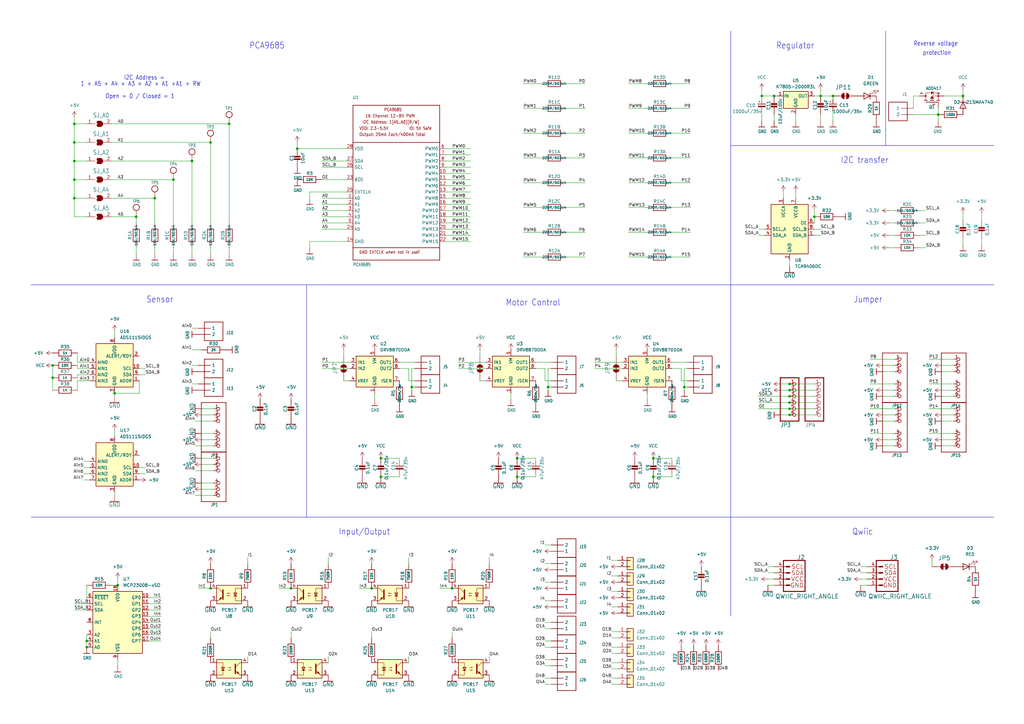
<source format=kicad_sch>
(kicad_sch (version 20230121) (generator eeschema)
  (paper "A3")
  (title_block (title "Water Quality Control") (date "2023-04-09") (rev "0") (company "Hasatio"))
  (junction (at 317.5 39.37))
  (junction (at 312.42 39.37))
  (junction (at 323.85 165.1))
  (junction (at 30.48 73.66))
  (junction (at 30.48 58.42))
  (junction (at 323.85 160.02))
  (junction (at 267.97 195.58))
  (junction (at 55.88 88.9))
  (junction (at 156.21 187.96))
  (junction (at 394.97 39.37))
  (junction (at 323.85 162.56))
  (junction (at 156.21 195.58))
  (junction (at 119.38 241.3))
  (junction (at 212.09 187.96))
  (junction (at 168.91 158.75))
  (junction (at 152.4 241.3))
  (junction (at 86.36 58.42))
  (junction (at 185.42 241.3))
  (junction (at 86.36 241.3))
  (junction (at 121.92 60.96))
  (junction (at 71.12 73.66))
  (junction (at 30.48 66.04))
  (junction (at 212.09 195.58))
  (junction (at 224.79 158.75))
  (junction (at 334.01 88.9))
  (junction (at 30.48 81.28))
  (junction (at 21.59 154.94))
  (junction (at 21.59 149.86))
  (junction (at 280.67 158.75))
  (junction (at 341.63 39.37))
  (junction (at 46.99 161.29))
  (junction (at 30.48 50.8))
  (junction (at 323.85 170.18))
  (junction (at 323.85 167.64))
  (junction (at 323.85 157.48))
  (junction (at 35.56 265.43))
  (junction (at 48.26 240.03))
  (junction (at 267.97 187.96))
  (junction (at 35.56 262.89))
  (junction (at 78.74 66.04))
  (junction (at 93.98 50.8))
  (junction (at 336.55 39.37))
  (junction (at 63.5 81.28))
  (junction (at 384.81 46.99))
  (wire (pts (xy 82.55 167.64) (xy 87.63 167.64)))
  (wire (pts (xy 142.24 83.82) (xy 132.08 83.82)) (stroke (width 0.1524)))
  (wire (pts (xy 250.825 236.22) (xy 253.365 236.22)))
  (polyline (pts (xy 363.22 12.7) (xy 363.22 59.69)))
  (wire (pts (xy 223.52 231.14) (xy 226.06 231.14)))
  (wire (pts (xy 66.04 245.11) (xy 60.96 245.11)))
  (wire (pts (xy 132.08 151.13) (xy 143.51 151.13)))
  (wire (pts (xy 80.01 203.2) (xy 87.63 203.2)))
  (wire (pts (xy 250.825 280.67) (xy 253.365 280.67)))
  (wire (pts (xy 379.73 96.52) (xy 377.19 96.52)))
  (wire (pts (xy 31.75 153.67) (xy 36.83 153.67)))
  (polyline (pts (xy 407.67 116.84) (xy 299.72 116.84)))
  (wire (pts (xy 222.25 34.29) (xy 214.63 34.29)) (stroke (width 0.1524)))
  (wire (pts (xy 386.08 160.02) (xy 391.16 160.02)))
  (wire (pts (xy 196.85 143.51) (xy 196.85 146.05)))
  (wire (pts (xy 384.81 46.99) (xy 374.65 46.99)) (stroke (width 0.1524)))
  (wire (pts (xy 82.55 200.66) (xy 87.63 200.66)))
  (wire (pts (xy 250.825 274.32) (xy 253.365 274.32)))
  (wire (pts (xy 82.55 187.96) (xy 87.63 187.96)))
  (wire (pts (xy 167.64 156.21) (xy 167.64 151.13)))
  (wire (pts (xy 250.825 278.13) (xy 253.365 278.13)))
  (wire (pts (xy 386.08 182.88) (xy 391.16 182.88)))
  (wire (pts (xy 334.01 167.64) (xy 323.85 167.64)) (stroke (width 0.1524)))
  (wire (pts (xy 59.69 194.31) (xy 57.15 194.31)))
  (wire (pts (xy 182.88 81.28) (xy 193.04 81.28)) (stroke (width 0.1524)))
  (wire (pts (xy 361.95 180.34) (xy 367.03 180.34)))
  (wire (pts (xy 323.85 109.22) (xy 323.85 106.68)))
  (wire (pts (xy 134.62 271.78) (xy 134.62 269.24)))
  (wire (pts (xy 265.43 163.83) (xy 265.43 161.29)))
  (wire (pts (xy 341.63 39.37) (xy 341.63 40.64)))
  (wire (pts (xy 200.66 271.78) (xy 200.66 269.24)))
  (wire (pts (xy 31.75 156.21) (xy 36.83 156.21)))
  (wire (pts (xy 223.52 257.81) (xy 226.06 257.81)))
  (wire (pts (xy 222.25 64.77) (xy 214.63 64.77)) (stroke (width 0.1524)))
  (wire (pts (xy 182.88 86.36) (xy 193.04 86.36)) (stroke (width 0.1524)))
  (wire (pts (xy 45.72 50.8) (xy 93.98 50.8)) (stroke (width 0.1524)))
  (wire (pts (xy 323.85 157.48) (xy 334.01 157.48)) (stroke (width 0.1524)))
  (wire (pts (xy 185.42 259.08) (xy 185.42 261.62)))
  (wire (pts (xy 219.71 187.96) (xy 212.09 187.96)))
  (wire (pts (xy 334.01 86.36) (xy 334.01 88.9)))
  (wire (pts (xy 250.825 265.43) (xy 253.365 265.43)))
  (wire (pts (xy 317.5 49.53) (xy 317.5 46.99)))
  (wire (pts (xy 361.95 162.56) (xy 367.03 162.56)))
  (wire (pts (xy 223.52 238.76) (xy 226.06 238.76)))
  (wire (pts (xy 224.79 151.13) (xy 224.79 158.75)))
  (wire (pts (xy 170.18 151.13) (xy 168.91 151.13)))
  (wire (pts (xy 317.5 39.37) (xy 318.77 39.37)))
  (wire (pts (xy 34.29 189.23) (xy 36.83 189.23)))
  (wire (pts (xy 222.25 54.61) (xy 214.63 54.61)) (stroke (width 0.1524)))
  (wire (pts (xy 394.97 97.79) (xy 394.97 100.33)))
  (wire (pts (xy 222.25 85.09) (xy 214.63 85.09)) (stroke (width 0.1524)))
  (wire (pts (xy 275.59 95.25) (xy 283.21 95.25)) (stroke (width 0.1524)))
  (wire (pts (xy 45.72 88.9) (xy 55.88 88.9)) (stroke (width 0.1524)))
  (wire (pts (xy 48.26 273.05) (xy 48.26 270.51)))
  (wire (pts (xy 265.43 64.77) (xy 257.81 64.77)) (stroke (width 0.1524)))
  (wire (pts (xy 170.18 158.75) (xy 168.91 158.75)))
  (wire (pts (xy 386.08 170.18) (xy 391.16 170.18)))
  (wire (pts (xy 142.24 68.58) (xy 132.08 68.58)) (stroke (width 0.1524)))
  (wire (pts (xy 21.59 154.94) (xy 21.59 160.02)))
  (wire (pts (xy 280.67 158.75) (xy 280.67 160.02)))
  (wire (pts (xy 367.03 147.32) (xy 356.87 147.32)) (stroke (width 0.1524)))
  (wire (pts (xy 223.52 156.21) (xy 223.52 151.13)))
  (wire (pts (xy 35.56 260.35) (xy 35.56 262.89)))
  (polyline (pts (xy 12.7 212.09) (xy 299.72 212.09)))
  (wire (pts (xy 223.52 246.38) (xy 226.06 246.38)))
  (wire (pts (xy 35.56 73.66) (xy 30.48 73.66)) (stroke (width 0.1524)))
  (wire (pts (xy 86.36 101.6) (xy 86.36 104.14)) (stroke (width 0.1524)))
  (wire (pts (xy 219.71 194.31) (xy 219.71 195.58)))
  (wire (pts (xy 386.08 149.86) (xy 391.16 149.86)))
  (wire (pts (xy 127 78.74) (xy 127 81.28)) (stroke (width 0.1524)))
  (wire (pts (xy 93.98 50.8) (xy 93.98 91.44)) (stroke (width 0.1524)))
  (wire (pts (xy 214.63 95.25) (xy 222.25 95.25)) (stroke (width 0.1524)))
  (wire (pts (xy 142.24 99.06) (xy 127 99.06)) (stroke (width 0.1524)))
  (wire (pts (xy 163.83 194.31) (xy 163.83 195.58)))
  (wire (pts (xy 280.67 151.13) (xy 280.67 158.75)))
  (wire (pts (xy 384.81 44.45) (xy 384.81 46.99)))
  (wire (pts (xy 119.38 259.08) (xy 119.38 261.62)))
  (wire (pts (xy 55.88 101.6) (xy 55.88 104.14)) (stroke (width 0.1524)))
  (wire (pts (xy 353.06 237.49) (xy 355.6 237.49)))
  (wire (pts (xy 101.6 271.78) (xy 101.6 269.24)))
  (wire (pts (xy 222.25 74.93) (xy 214.63 74.93)) (stroke (width 0.1524)))
  (wire (pts (xy 80.01 193.04) (xy 87.63 193.04)))
  (wire (pts (xy 355.6 232.41) (xy 353.06 232.41)))
  (wire (pts (xy 311.15 165.1) (xy 323.85 165.1)) (stroke (width 0.1524)))
  (polyline (pts (xy 407.67 59.69) (xy 299.72 59.69)))
  (wire (pts (xy 35.56 262.89) (xy 35.56 265.43)))
  (wire (pts (xy 374.65 39.37) (xy 374.65 44.45)) (stroke (width 0.1524)))
  (wire (pts (xy 30.48 247.65) (xy 35.56 247.65)))
  (wire (pts (xy 59.69 151.13) (xy 57.15 151.13)))
  (wire (pts (xy 326.39 46.99) (xy 326.39 49.53)))
  (wire (pts (xy 30.48 66.04) (xy 30.48 58.42)) (stroke (width 0.1524)))
  (wire (pts (xy 223.52 255.27) (xy 226.06 255.27)))
  (wire (pts (xy 224.79 158.75) (xy 224.79 160.02)))
  (wire (pts (xy 334.01 88.9) (xy 334.01 91.44)))
  (wire (pts (xy 82.55 170.18) (xy 87.63 170.18)))
  (wire (pts (xy 317.5 240.03) (xy 314.96 240.03)))
  (wire (pts (xy 275.59 151.13) (xy 279.4 151.13)))
  (wire (pts (xy 341.63 45.72) (xy 341.63 49.53)))
  (wire (pts (xy 31.75 148.59) (xy 36.83 148.59)))
  (wire (pts (xy 243.84 148.59) (xy 255.27 148.59)))
  (wire (pts (xy 66.04 250.19) (xy 60.96 250.19)))
  (wire (pts (xy 275.59 44.45) (xy 283.21 44.45)) (stroke (width 0.1524)))
  (wire (pts (xy 275.59 34.29) (xy 283.21 34.29)) (stroke (width 0.1524)))
  (wire (pts (xy 336.55 93.98) (xy 334.01 93.98)))
  (wire (pts (xy 314.96 237.49) (xy 317.5 237.49)))
  (wire (pts (xy 252.73 156.21) (xy 255.27 156.21)))
  (wire (pts (xy 334.01 170.18) (xy 323.85 170.18)) (stroke (width 0.1524)))
  (wire (pts (xy 78.74 66.04) (xy 78.74 91.44)) (stroke (width 0.1524)))
  (wire (pts (xy 336.55 96.52) (xy 334.01 96.52)))
  (wire (pts (xy 31.75 151.13) (xy 31.75 149.86)))
  (wire (pts (xy 232.41 44.45) (xy 240.03 44.45)) (stroke (width 0.1524)))
  (wire (pts (xy 101.6 228.6) (xy 101.6 231.14)))
  (wire (pts (xy 367.03 177.8) (xy 356.87 177.8)) (stroke (width 0.1524)))
  (wire (pts (xy 147.32 241.3) (xy 152.4 241.3)))
  (wire (pts (xy 223.52 262.89) (xy 226.06 262.89)))
  (wire (pts (xy 382.27 229.87) (xy 382.27 232.41)))
  (wire (pts (xy 353.06 234.95) (xy 355.6 234.95)))
  (wire (pts (xy 222.25 105.41) (xy 214.63 105.41)) (stroke (width 0.1524)))
  (wire (pts (xy 361.95 149.86) (xy 367.03 149.86)))
  (wire (pts (xy 182.88 99.06) (xy 193.04 99.06)) (stroke (width 0.1524)))
  (wire (pts (xy 323.85 170.18) (xy 320.04 170.18)) (stroke (width 0.1524)))
  (wire (pts (xy 45.72 240.03) (xy 48.26 240.03)))
  (wire (pts (xy 265.43 44.45) (xy 257.81 44.45)) (stroke (width 0.1524)))
  (wire (pts (xy 222.25 44.45) (xy 214.63 44.45)) (stroke (width 0.1524)))
  (wire (pts (xy 167.64 271.78) (xy 167.64 269.24)))
  (wire (pts (xy 45.72 81.28) (xy 63.5 81.28)) (stroke (width 0.1524)))
  (wire (pts (xy 167.64 151.13) (xy 163.83 151.13)))
  (wire (pts (xy 243.84 151.13) (xy 255.27 151.13)))
  (wire (pts (xy 386.08 152.4) (xy 391.16 152.4)))
  (wire (pts (xy 334.01 162.56) (xy 323.85 162.56)) (stroke (width 0.1524)))
  (wire (pts (xy 180.34 241.3) (xy 185.42 241.3)))
  (wire (pts (xy 364.49 101.6) (xy 367.03 101.6)))
  (wire (pts (xy 31.75 160.02) (xy 31.75 156.21)))
  (wire (pts (xy 46.99 176.53) (xy 46.99 179.07)))
  (wire (pts (xy 142.24 66.04) (xy 132.08 66.04)) (stroke (width 0.1524)))
  (wire (pts (xy 265.43 85.09) (xy 257.81 85.09)) (stroke (width 0.1524)))
  (wire (pts (xy 82.55 198.12) (xy 87.63 198.12)))
  (wire (pts (xy 364.49 86.36) (xy 367.03 86.36)))
  (wire (pts (xy 114.3 241.3) (xy 119.38 241.3)))
  (polyline (pts (xy 125.73 212.09) (xy 125.73 116.84)))
  (wire (pts (xy 31.75 144.78) (xy 31.75 148.59)))
  (wire (pts (xy 80.01 182.88) (xy 87.63 182.88)))
  (wire (pts (xy 223.52 278.13) (xy 226.06 278.13)))
  (wire (pts (xy 121.92 58.42) (xy 121.92 60.96)))
  (wire (pts (xy 182.88 91.44) (xy 193.04 91.44)) (stroke (width 0.1524)))
  (wire (pts (xy 223.52 273.05) (xy 226.06 273.05)))
  (wire (pts (xy 66.04 257.81) (xy 60.96 257.81)))
  (wire (pts (xy 182.88 93.98) (xy 193.04 93.98)) (stroke (width 0.1524)))
  (wire (pts (xy 323.85 167.64) (xy 311.15 167.64)) (stroke (width 0.1524)))
  (wire (pts (xy 311.15 162.56) (xy 323.85 162.56)))
  (wire (pts (xy 361.95 170.18) (xy 367.03 170.18)))
  (wire (pts (xy 182.88 60.96) (xy 193.04 60.96)) (stroke (width 0.1524)))
  (wire (pts (xy 45.72 58.42) (xy 86.36 58.42)) (stroke (width 0.1524)))
  (wire (pts (xy 314.96 234.95) (xy 317.5 234.95)))
  (wire (pts (xy 142.24 86.36) (xy 132.08 86.36)) (stroke (width 0.1524)))
  (wire (pts (xy 212.09 195.58) (xy 219.71 195.58)))
  (wire (pts (xy 275.59 194.31) (xy 275.59 195.58)))
  (wire (pts (xy 223.52 280.67) (xy 226.06 280.67)))
  (wire (pts (xy 250.825 261.62) (xy 253.365 261.62)))
  (wire (pts (xy 265.43 105.41) (xy 257.81 105.41)) (stroke (width 0.1524)))
  (wire (pts (xy 223.52 270.51) (xy 226.06 270.51)))
  (wire (pts (xy 30.48 250.19) (xy 35.56 250.19)))
  (wire (pts (xy 361.95 152.4) (xy 367.03 152.4)))
  (wire (pts (xy 265.43 95.25) (xy 257.81 95.25)) (stroke (width 0.1524)))
  (wire (pts (xy 142.24 88.9) (xy 132.08 88.9)) (stroke (width 0.1524)))
  (wire (pts (xy 142.24 81.28) (xy 132.08 81.28)) (stroke (width 0.1524)))
  (wire (pts (xy 334.01 165.1) (xy 323.85 165.1)) (stroke (width 0.1524)))
  (wire (pts (xy 394.97 87.63) (xy 394.97 90.17)))
  (wire (pts (xy 127 99.06) (xy 127 101.6)) (stroke (width 0.1524)))
  (wire (pts (xy 391.16 157.48) (xy 381 157.48)) (stroke (width 0.1524)))
  (wire (pts (xy 265.43 34.29) (xy 257.81 34.29)) (stroke (width 0.1524)))
  (wire (pts (xy 280.67 158.75) (xy 281.94 158.75)))
  (wire (pts (xy 121.92 60.96) (xy 142.24 60.96)) (stroke (width 0.1524)))
  (wire (pts (xy 60.96 260.35) (xy 66.04 260.35)))
  (wire (pts (xy 336.55 36.83) (xy 336.55 39.37)))
  (polyline (pts (xy 12.7 116.84) (xy 299.72 116.84)))
  (wire (pts (xy 31.75 154.94) (xy 31.75 153.67)))
  (wire (pts (xy 320.04 157.48) (xy 323.85 157.48)) (stroke (width 0.1524)))
  (wire (pts (xy 341.63 39.37) (xy 336.55 39.37)))
  (wire (pts (xy 386.08 162.56) (xy 391.16 162.56)))
  (wire (pts (xy 361.95 160.02) (xy 367.03 160.02)))
  (wire (pts (xy 142.24 91.44) (xy 132.08 91.44)) (stroke (width 0.1524)))
  (wire (pts (xy 30.48 88.9) (xy 30.48 81.28)) (stroke (width 0.1524)))
  (wire (pts (xy 156.21 195.58) (xy 163.83 195.58)))
  (wire (pts (xy 57.15 161.29) (xy 46.99 161.29)))
  (wire (pts (xy 168.91 151.13) (xy 168.91 158.75)))
  (wire (pts (xy 34.29 191.77) (xy 36.83 191.77)))
  (wire (pts (xy 281.94 156.21) (xy 279.4 156.21)))
  (wire (pts (xy 187.96 148.59) (xy 199.39 148.59)))
  (wire (pts (xy 59.69 191.77) (xy 57.15 191.77)))
  (wire (pts (xy 182.88 83.82) (xy 193.04 83.82)) (stroke (width 0.1524)))
  (wire (pts (xy 55.88 88.9) (xy 55.88 91.44)) (stroke (width 0.1524)))
  (wire (pts (xy 182.88 78.74) (xy 193.04 78.74)) (stroke (width 0.1524)))
  (wire (pts (xy 66.04 262.89) (xy 60.96 262.89)))
  (wire (pts (xy 379.73 91.44) (xy 377.19 91.44)))
  (wire (pts (xy 394.97 36.83) (xy 394.97 39.37)))
  (wire (pts (xy 34.29 196.85) (xy 36.83 196.85)))
  (wire (pts (xy 367.03 157.48) (xy 356.87 157.48)) (stroke (width 0.1524)))
  (wire (pts (xy 275.59 189.23) (xy 275.59 187.96)))
  (wire (pts (xy 182.88 88.9) (xy 193.04 88.9)) (stroke (width 0.1524)))
  (wire (pts (xy 379.73 101.6) (xy 377.19 101.6)))
  (wire (pts (xy 326.39 78.74) (xy 326.39 81.28)))
  (wire (pts (xy 334.01 160.02) (xy 323.85 160.02)) (stroke (width 0.1524)))
  (wire (pts (xy 250.825 248.92) (xy 253.365 248.92)))
  (wire (pts (xy 82.55 190.5) (xy 87.63 190.5)))
  (wire (pts (xy 312.42 39.37) (xy 317.5 39.37)))
  (wire (pts (xy 86.36 259.08) (xy 86.36 261.62)))
  (wire (pts (xy 367.03 167.64) (xy 356.87 167.64)) (stroke (width 0.1524)))
  (wire (pts (xy 140.97 156.21) (xy 143.51 156.21)))
  (wire (pts (xy 232.41 85.09) (xy 240.03 85.09)) (stroke (width 0.1524)))
  (wire (pts (xy 35.56 58.42) (xy 30.48 58.42)) (stroke (width 0.1524)))
  (wire (pts (xy 35.56 245.11) (xy 35.56 240.03)))
  (wire (pts (xy 153.67 163.83) (xy 153.67 161.29)))
  (wire (pts (xy 232.41 64.77) (xy 240.03 64.77)) (stroke (width 0.1524)))
  (wire (pts (xy 86.36 58.42) (xy 86.36 91.44)) (stroke (width 0.1524)))
  (wire (pts (xy 232.41 74.93) (xy 240.03 74.93)) (stroke (width 0.1524)))
  (wire (pts (xy 275.59 85.09) (xy 283.21 85.09)) (stroke (width 0.1524)))
  (wire (pts (xy 250.825 259.08) (xy 253.365 259.08)))
  (wire (pts (xy 66.04 247.65) (xy 60.96 247.65)))
  (wire (pts (xy 167.64 228.6) (xy 167.64 231.14)))
  (wire (pts (xy 57.15 156.21) (xy 57.15 161.29)))
  (wire (pts (xy 82.55 177.8) (xy 87.63 177.8)))
  (wire (pts (xy 182.88 96.52) (xy 193.04 96.52)) (stroke (width 0.1524)))
  (wire (pts (xy 196.85 156.21) (xy 199.39 156.21)))
  (wire (pts (xy 364.49 96.52) (xy 367.03 96.52)))
  (wire (pts (xy 232.41 105.41) (xy 240.03 105.41)) (stroke (width 0.1524)))
  (wire (pts (xy 182.88 68.58) (xy 193.04 68.58)) (stroke (width 0.1524)))
  (wire (pts (xy 163.83 187.96) (xy 156.21 187.96)))
  (wire (pts (xy 275.59 74.93) (xy 283.21 74.93)) (stroke (width 0.1524)))
  (wire (pts (xy 265.43 54.61) (xy 257.81 54.61)) (stroke (width 0.1524)))
  (wire (pts (xy 46.99 162.56) (xy 46.99 161.29)))
  (wire (pts (xy 182.88 66.04) (xy 193.04 66.04)) (stroke (width 0.1524)))
  (wire (pts (xy 281.94 151.13) (xy 280.67 151.13)))
  (wire (pts (xy 34.29 194.31) (xy 36.83 194.31)))
  (wire (pts (xy 226.06 151.13) (xy 224.79 151.13)))
  (wire (pts (xy 182.88 73.66) (xy 193.04 73.66)) (stroke (width 0.1524)))
  (wire (pts (xy 78.74 101.6) (xy 78.74 104.14)) (stroke (width 0.1524)))
  (wire (pts (xy 275.59 64.77) (xy 283.21 64.77)) (stroke (width 0.1524)))
  (wire (pts (xy 163.83 148.59) (xy 170.18 148.59)))
  (wire (pts (xy 142.24 93.98) (xy 132.08 93.98)) (stroke (width 0.1524)))
  (wire (pts (xy 35.56 50.8) (xy 30.48 50.8)) (stroke (width 0.1524)))
  (wire (pts (xy 334.01 39.37) (xy 336.55 39.37)))
  (wire (pts (xy 386.08 180.34) (xy 391.16 180.34)))
  (wire (pts (xy 200.66 228.6) (xy 200.66 231.14)))
  (wire (pts (xy 279.4 156.21) (xy 279.4 151.13)))
  (wire (pts (xy 250.825 271.78) (xy 253.365 271.78)))
  (wire (pts (xy 379.73 86.36) (xy 377.19 86.36)))
  (wire (pts (xy 250.825 242.57) (xy 253.365 242.57)))
  (wire (pts (xy 30.48 73.66) (xy 30.48 66.04)) (stroke (width 0.1524)))
  (wire (pts (xy 21.59 149.86) (xy 21.59 154.94)))
  (wire (pts (xy 386.08 172.72) (xy 391.16 172.72)))
  (wire (pts (xy 35.56 66.04) (xy 30.48 66.04)) (stroke (width 0.1524)))
  (wire (pts (xy 355.6 240.03) (xy 353.06 240.03)))
  (wire (pts (xy 45.72 66.04) (xy 78.74 66.04)) (stroke (width 0.1524)))
  (wire (pts (xy 391.16 147.32) (xy 381 147.32)) (stroke (width 0.1524)))
  (wire (pts (xy 187.96 151.13) (xy 199.39 151.13)))
  (wire (pts (xy 46.99 135.89) (xy 46.99 138.43)))
  (wire (pts (xy 209.55 163.83) (xy 209.55 161.29)))
  (wire (pts (xy 361.95 182.88) (xy 367.03 182.88)))
  (wire (pts (xy 219.71 148.59) (xy 226.06 148.59)))
  (wire (pts (xy 59.69 153.67) (xy 57.15 153.67)))
  (wire (pts (xy 275.59 105.41) (xy 283.21 105.41)) (stroke (width 0.1524)))
  (wire (pts (xy 402.59 100.33) (xy 402.59 97.79)))
  (wire (pts (xy 312.42 36.83) (xy 312.42 39.37)))
  (wire (pts (xy 323.85 160.02) (xy 320.04 160.02)) (stroke (width 0.1524)))
  (wire (pts (xy 71.12 101.6) (xy 71.12 104.14)) (stroke (width 0.1524)))
  (wire (pts (xy 163.83 189.23) (xy 163.83 187.96)))
  (wire (pts (xy 377.19 39.37) (xy 374.65 39.37)) (stroke (width 0.1524)))
  (wire (pts (xy 30.48 81.28) (xy 30.48 73.66)) (stroke (width 0.1524)))
  (wire (pts (xy 182.88 76.2) (xy 193.04 76.2)) (stroke (width 0.1524)))
  (wire (pts (xy 48.26 237.49) (xy 48.26 240.03)))
  (wire (pts (xy 31.75 151.13) (xy 36.83 151.13)))
  (polyline (pts (xy 407.67 212.09) (xy 299.72 212.09)))
  (wire (pts (xy 78.74 143.51) (xy 82.55 143.51)))
  (wire (pts (xy 232.41 54.61) (xy 240.03 54.61)) (stroke (width 0.1524)))
  (wire (pts (xy 45.72 73.66) (xy 71.12 73.66)) (stroke (width 0.1524)))
  (wire (pts (xy 66.04 252.73) (xy 60.96 252.73)))
  (wire (pts (xy 170.18 156.21) (xy 167.64 156.21)))
  (wire (pts (xy 134.62 228.6) (xy 134.62 231.14)))
  (wire (pts (xy 71.12 73.66) (xy 71.12 91.44)) (stroke (width 0.1524)))
  (polyline (pts (xy 299.72 212.09) (xy 299.72 116.84)))
  (wire (pts (xy 30.48 48.26) (xy 30.48 50.8)))
  (wire (pts (xy 361.95 172.72) (xy 367.03 172.72)))
  (wire (pts (xy 132.08 148.59) (xy 143.51 148.59)))
  (wire (pts (xy 311.15 93.98) (xy 313.69 93.98)))
  (wire (pts (xy 336.55 49.53) (xy 336.55 46.99)))
  (wire (pts (xy 311.15 96.52) (xy 313.69 96.52)))
  (wire (pts (xy 140.97 143.51) (xy 140.97 146.05)))
  (wire (pts (xy 321.31 78.74) (xy 321.31 81.28)))
  (wire (pts (xy 223.52 223.52) (xy 226.06 223.52)))
  (wire (pts (xy 226.06 156.21) (xy 223.52 156.21)))
  (wire (pts (xy 35.56 88.9) (xy 30.48 88.9)) (stroke (width 0.1524)))
  (wire (pts (xy 312.42 49.53) (xy 312.42 45.72)))
  (wire (pts (xy 78.74 149.86) (xy 81.28 149.86)))
  (wire (pts (xy 402.59 87.63) (xy 402.59 90.17)))
  (wire (pts (xy 364.49 91.44) (xy 367.03 91.44)))
  (wire (pts (xy 30.48 58.42) (xy 30.48 50.8)) (stroke (width 0.1524)))
  (wire (pts (xy 81.28 241.3) (xy 86.36 241.3)))
  (wire (pts (xy 93.98 101.6) (xy 93.98 104.14)) (stroke (width 0.1524)))
  (wire (pts (xy 78.74 134.62) (xy 81.28 134.62)))
  (wire (pts (xy 384.81 46.99) (xy 384.81 49.53)) (stroke (width 0.1524)))
  (wire (pts (xy 223.52 265.43) (xy 226.06 265.43)))
  (wire (pts (xy 219.71 189.23) (xy 219.71 187.96)))
  (wire (pts (xy 152.4 259.08) (xy 152.4 261.62)))
  (wire (pts (xy 317.5 232.41) (xy 314.96 232.41)))
  (wire (pts (xy 275.59 187.96) (xy 267.97 187.96)))
  (wire (pts (xy 63.5 101.6) (xy 63.5 104.14)) (stroke (width 0.1524)))
  (wire (pts (xy 223.52 151.13) (xy 219.71 151.13)))
  (wire (pts (xy 250.825 229.87) (xy 253.365 229.87)))
  (wire (pts (xy 82.55 180.34) (xy 87.63 180.34)))
  (wire (pts (xy 275.59 54.61) (xy 283.21 54.61)) (stroke (width 0.1524)))
  (wire (pts (xy 232.41 95.25) (xy 240.03 95.25)) (stroke (width 0.1524)))
  (wire (pts (xy 250.825 267.97) (xy 253.365 267.97)))
  (wire (pts (xy 132.08 73.66) (xy 142.24 73.66)))
  (wire (pts (xy 168.91 158.75) (xy 168.91 160.02)))
  (wire (pts (xy 267.97 195.58) (xy 275.59 195.58)))
  (wire (pts (xy 46.99 203.2) (xy 46.99 201.93)))
  (wire (pts (xy 265.43 74.93) (xy 257.81 74.93)) (stroke (width 0.1524)))
  (wire (pts (xy 312.42 39.37) (xy 312.42 40.64)))
  (wire (pts (xy 275.59 148.59) (xy 281.94 148.59)))
  (wire (pts (xy 391.16 167.64) (xy 381 167.64)) (stroke (width 0.1524)))
  (wire (pts (xy 182.88 71.12) (xy 193.04 71.12)) (stroke (width 0.1524)))
  (polyline (pts (xy 299.72 116.84) (xy 299.72 12.7)))
  (wire (pts (xy 80.01 172.72) (xy 87.63 172.72)))
  (wire (pts (xy 391.16 177.8) (xy 381 177.8)) (stroke (width 0.1524)))
  (wire (pts (xy 387.35 39.37) (xy 394.97 39.37)))
  (wire (pts (xy 182.88 63.5) (xy 193.04 63.5)) (stroke (width 0.1524)))
  (wire (pts (xy 78.74 157.48) (xy 81.28 157.48)))
  (wire (pts (xy 142.24 78.74) (xy 127 78.74)) (stroke (width 0.1524)))
  (wire (pts (xy 224.79 158.75) (xy 226.06 158.75)))
  (wire (pts (xy 35.56 81.28) (xy 30.48 81.28)) (stroke (width 0.1524)))
  (wire (pts (xy 63.5 81.28) (xy 63.5 91.44)) (stroke (width 0.1524)))
  (wire (pts (xy 232.41 34.29) (xy 240.03 34.29)) (stroke (width 0.1524)))
  (wire (pts (xy 66.04 255.27) (xy 60.96 255.27)))
  (wire (pts (xy 252.73 143.51) (xy 252.73 146.05)))
  (polyline (pts (xy 299.72 252.73) (xy 299.72 212.09)))
  (text "1 + A5 + A4 + A3 + A2 + A1 +A1 + RW" (at 33.02 35.56 0) (effects (font (size 1.778 1.5113)) (justify left bottom)))
  (text "I2C Address =" (at 50.8 33.02 0) (effects (font (size 1.778 1.5113)) (justify left bottom)))
  (text "Sensor" (at 71.12 124.46 0) (effects (font (size 2.54 2.159)) (justify right bottom)))
  (text "Regulator" (at 334.01 20.32 0) (effects (font (size 2.54 2.159)) (justify right bottom)))
  (text "Qwiic\n" (at 358.14 219.71 0) (effects (font (size 2.54 2.159)) (justify right bottom)))
  (text "I2C transfer" (at 364.49 67.31 0) (effects (font (size 2.54 2.159)) (justify right bottom)))
  (text "Motor Control\n" (at 229.87 125.73 0) (effects (font (size 2.54 2.159)) (justify right bottom)))
  (text "Open = 0 / Closed = 1" (at 43.18 40.64 0) (effects (font (size 1.778 1.5113)) (justify left bottom)))
  (text "PCA9685\n" (at 116.84 20.32 0) (effects (font (size 2.54 2.159)) (justify right bottom)))
  (text "Reverse voltage" (at 374.65 19.05 0) (effects (font (size 1.778 1.5113)) (justify left bottom)))
  (text "protection" (at 378.46 22.86 0) (effects (font (size 1.778 1.5113)) (justify left bottom)))
  (text "Jumper\n" (at 361.95 124.46 0) (effects (font (size 2.54 2.159)) (justify right bottom)))
  (text "Input/Output\n" (at 160.02 219.71 0) (effects (font (size 2.54 2.159)) (justify right bottom)))
  (label "SCL_A" (at 314.96 232.41 180) (effects (font (size 1.2446 1.2446))))
  (label "O3B" (at 223.52 270.51 180) (effects (font (size 1.2446 1.2446))))
  (label "PWM8" (at 257.81 34.29 0) (effects (font (size 1.2446 1.2446))))
  (label "In3" (at 147.32 241.3 0) (effects (font (size 1.2446 1.2446))))
  (label "In3" (at 66.04 250.19 180) (effects (font (size 1.2446 1.2446))))
  (label "P1" (at 132.08 148.59 0) (effects (font (size 1.2446 1.2446))))
  (label "O3B" (at 289.56 274.955 0) (effects (font (size 1.2446 1.2446))))
  (label "O4B" (at 250.825 278.13 180) (effects (font (size 1.2446 1.2446))))
  (label "P10" (at 356.87 167.64 0) (effects (font (size 1.2446 1.2446))))
  (label "Ain7" (at 34.29 196.85 180) (effects (font (size 1.2446 1.2446))))
  (label "P14" (at 381 167.64 0) (effects (font (size 1.2446 1.2446))))
  (label "Ain6" (at 80.01 193.04 180) (effects (font (size 1.2446 1.2446))))
  (label "O1A" (at 101.6 269.24 0) (effects (font (size 1.2446 1.2446))))
  (label "PWM4" (at 214.63 74.93 0) (effects (font (size 1.2446 1.2446))))
  (label "PWM9" (at 185.42 83.82 0) (effects (font (size 1.2446 1.2446))))
  (label "I4" (at 223.52 246.38 180) (effects (font (size 1.2446 1.2446))))
  (label "OE" (at 132.08 73.66 0) (effects (font (size 1.2446 1.2446))))
  (label "PWM4" (at 185.42 71.12 0) (effects (font (size 1.2446 1.2446))))
  (label "SCL_B" (at 30.48 247.65 0) (effects (font (size 1.2446 1.2446))))
  (label "In4" (at 66.04 252.73 180) (effects (font (size 1.2446 1.2446))))
  (label "Ain1" (at 78.74 143.51 180) (effects (font (size 1.2446 1.2446))))
  (label "SCL_A" (at 353.06 232.41 180) (effects (font (size 1.2446 1.2446))))
  (label "O4B" (at 223.52 278.13 180) (effects (font (size 1.2446 1.2446))))
  (label "P8" (at 283.21 34.29 180) (effects (font (size 1.2446 1.2446))))
  (label "O1B" (at 250.825 259.08 180) (effects (font (size 1.2446 1.2446))))
  (label "Out4" (at 66.04 262.89 180) (effects (font (size 1.2446 1.2446))))
  (label "In2" (at 66.04 247.65 180) (effects (font (size 1.2446 1.2446))))
  (label "SCL_B" (at 336.55 93.98 0) (effects (font (size 1.2446 1.2446))))
  (label "A1" (at 132.08 83.82 0) (effects (font (size 1.2446 1.2446))))
  (label "Ain3" (at 78.74 157.48 180) (effects (font (size 1.2446 1.2446))))
  (label "SDA_B" (at 132.08 66.04 0) (effects (font (size 1.2446 1.2446))))
  (label "P2" (at 187.96 151.13 0) (effects (font (size 1.2446 1.2446))))
  (label "P1" (at 240.03 44.45 180) (effects (font (size 1.2446 1.2446))))
  (label "In1" (at 66.04 245.11 180) (effects (font (size 1.2446 1.2446))))
  (label "SDA_A" (at 311.15 96.52 180) (effects (font (size 1.2446 1.2446))))
  (label "O4A" (at 200.66 269.24 0) (effects (font (size 1.2446 1.2446))))
  (label "PWM3" (at 185.42 68.58 0) (effects (font (size 1.2446 1.2446))))
  (label "P4" (at 243.84 151.13 0) (effects (font (size 1.2446 1.2446))))
  (label "P4" (at 240.03 74.93 180) (effects (font (size 1.2446 1.2446))))
  (label "PWM2" (at 185.42 66.04 0) (effects (font (size 1.2446 1.2446))))
  (label "O2A" (at 223.52 265.43 180) (effects (font (size 1.2446 1.2446))))
  (label "P14" (at 283.21 95.25 180) (effects (font (size 1.2446 1.2446))))
  (label "A0" (at 48.26 50.8 0) (effects (font (size 1.2446 1.2446))))
  (label "PWM8" (at 185.42 81.28 0) (effects (font (size 1.2446 1.2446))))
  (label "PWM6" (at 185.42 76.2 0) (effects (font (size 1.2446 1.2446))))
  (label "P11" (at 283.21 64.77 180) (effects (font (size 1.2446 1.2446))))
  (label "P2" (at 240.03 54.61 180) (effects (font (size 1.2446 1.2446))))
  (label "O2B" (at 223.52 262.89 180) (effects (font (size 1.2446 1.2446))))
  (label "OE" (at 311.15 167.64 0) (effects (font (size 1.2446 1.2446))))
  (label "P11" (at 356.87 177.8 0) (effects (font (size 1.2446 1.2446))))
  (label "PWM1" (at 185.42 63.5 0) (effects (font (size 1.2446 1.2446))))
  (label "P15" (at 381 177.8 0) (effects (font (size 1.2446 1.2446))))
  (label "I3" (at 167.64 228.6 0) (effects (font (size 1.2446 1.2446))))
  (label "P3" (at 187.96 148.59 0) (effects (font (size 1.2446 1.2446))))
  (label "O3A" (at 167.64 269.24 0) (effects (font (size 1.2446 1.2446))))
  (label "A5" (at 132.08 93.98 0) (effects (font (size 1.2446 1.2446))))
  (label "A4" (at 48.26 81.28 0) (effects (font (size 1.2446 1.2446))))
  (label "I1" (at 101.6 228.6 0) (effects (font (size 1.2446 1.2446))))
  (label "O1B" (at 279.4 274.955 0) (effects (font (size 1.2446 1.2446))))
  (label "PWM12" (at 185.42 91.44 0) (effects (font (size 1.2446 1.2446))))
  (label "PWM2" (at 214.63 54.61 0) (effects (font (size 1.2446 1.2446))))
  (label "SDA_A" (at 311.15 162.56 0) (effects (font (size 1.2446 1.2446))))
  (label "O1A" (at 250.825 261.62 180) (effects (font (size 1.2446 1.2446))))
  (label "P3" (at 240.03 64.77 180) (effects (font (size 1.2446 1.2446))))
  (label "PWM12" (at 257.81 74.93 0) (effects (font (size 1.2446 1.2446))))
  (label "SCL_A" (at 379.73 86.36 0) (effects (font (size 1.2446 1.2446))))
  (label "SDA_A" (at 379.73 91.44 0) (effects (font (size 1.2446 1.2446))))
  (label "PWM9" (at 257.81 44.45 0) (effects (font (size 1.2446 1.2446))))
  (label "P7" (at 240.03 105.41 180) (effects (font (size 1.2446 1.2446))))
  (label "Ain6" (at 34.29 194.31 180) (effects (font (size 1.2446 1.2446))))
  (label "P0" (at 132.08 151.13 0) (effects (font (size 1.2446 1.2446))))
  (label "O1A" (at 223.52 257.81 180) (effects (font (size 1.2446 1.2446))))
  (label "Ain0" (at 78.74 134.62 180) (effects (font (size 1.2446 1.2446))))
  (label "Out4" (at 185.42 259.08 0) (effects (font (size 1.2446 1.2446))))
  (label "O2B" (at 284.48 274.955 0) (effects (font (size 1.2446 1.2446))))
  (label "PWM7" (at 214.63 105.41 0) (effects (font (size 1.2446 1.2446))))
  (label "I2" (at 250.825 236.22 180) (effects (font (size 1.2446 1.2446))))
  (label "SDA_B" (at 379.73 101.6 0) (effects (font (size 1.2446 1.2446))))
  (label "A5" (at 48.26 88.9 0) (effects (font (size 1.2446 1.2446))))
  (label "I1" (at 223.52 223.52 180) (effects (font (size 1.2446 1.2446))))
  (label "P13" (at 381 157.48 0) (effects (font (size 1.2446 1.2446))))
  (label "A1" (at 48.26 58.42 0) (effects (font (size 1.2446 1.2446))))
  (label "I2" (at 134.62 228.6 0) (effects (font (size 1.2446 1.2446))))
  (label "PWM14" (at 185.42 96.52 0) (effects (font (size 1.2446 1.2446))))
  (label "PWM6" (at 214.63 95.25 0) (effects (font (size 1.2446 1.2446))))
  (label "Ain2" (at 36.83 153.67 180) (effects (font (size 1.2446 1.2446))))
  (label "PWM1" (at 214.63 44.45 0) (effects (font (size 1.2446 1.2446))))
  (label "Ain4" (at 80.01 172.72 180) (effects (font (size 1.2446 1.2446))))
  (label "P8" (at 356.87 147.32 0) (effects (font (size 1.2446 1.2446))))
  (label "O3B" (at 250.825 271.78 180) (effects (font (size 1.2446 1.2446))))
  (label "SDA_B" (at 30.48 250.19 0) (effects (font (size 1.2446 1.2446))))
  (label "SCL_B" (at 59.69 151.13 0) (effects (font (size 1.2446 1.2446))))
  (label "A4" (at 132.08 91.44 0) (effects (font (size 1.2446 1.2446))))
  (label "I3" (at 250.825 242.57 180) (effects (font (size 1.2446 1.2446))))
  (label "Ain3" (at 36.83 156.21 180) (effects (font (size 1.2446 1.2446))))
  (label "Ain1" (at 36.83 151.13 180) (effects (font (size 1.2446 1.2446))))
  (label "PWM5" (at 214.63 85.09 0) (effects (font (size 1.2446 1.2446))))
  (label "PWM11" (at 257.81 64.77 0) (effects (font (size 1.2446 1.2446))))
  (label "SDA_B" (at 59.69 153.67 0) (effects (font (size 1.2446 1.2446))))
  (label "O1B" (at 223.52 255.27 180) (effects (font (size 1.2446 1.2446))))
  (label "P0" (at 240.03 34.29 180) (effects (font (size 1.2446 1.2446))))
  (label "SDA_B" (at 336.55 96.52 0) (effects (font (size 1.2446 1.2446))))
  (label "P10" (at 283.21 54.61 180) (effects (font (size 1.2446 1.2446))))
  (label "PWM5" (at 185.42 73.66 0) (effects (font (size 1.2446 1.2446))))
  (label "SCL_A" (at 311.15 93.98 180) (effects (font (size 1.2446 1.2446))))
  (label "PWM13" (at 185.42 93.98 0) (effects (font (size 1.2446 1.2446))))
  (label "P12" (at 283.21 74.93 180) (effects (font (size 1.2446 1.2446))))
  (label "A2" (at 132.08 86.36 0) (effects (font (size 1.2446 1.2446))))
  (label "I3" (at 223.52 238.76 180) (effects (font (size 1.2446 1.2446))))
  (label "PWM0" (at 214.63 34.29 0) (effects (font (size 1.2446 1.2446))))
  (label "SDA_A" (at 353.06 234.95 180) (effects (font (size 1.2446 1.2446))))
  (label "PWM13" (at 257.81 85.09 0) (effects (font (size 1.2446 1.2446))))
  (label "PWM10" (at 257.81 54.61 0) (effects (font (size 1.2446 1.2446))))
  (label "SCL_B" (at 132.08 68.58 0) (effects (font (size 1.2446 1.2446))))
  (label "SCL_A" (at 311.15 165.1 0) (effects (font (size 1.2446 1.2446))))
  (label "O2A" (at 134.62 269.24 0) (effects (font (size 1.2446 1.2446))))
  (label "Ain7" (at 80.01 203.2 180) (effects (font (size 1.2446 1.2446))))
  (label "PWM15" (at 185.42 99.06 0) (effects (font (size 1.2446 1.2446))))
  (label "PWM7" (at 185.42 78.74 0) (effects (font (size 1.2446 1.2446))))
  (label "P5" (at 243.84 148.59 0) (effects (font (size 1.2446 1.2446))))
  (label "Ain4" (at 34.29 189.23 180) (effects (font (size 1.2446 1.2446))))
  (label "PWM15" (at 257.81 105.41 0) (effects (font (size 1.2446 1.2446))))
  (label "P9" (at 356.87 157.48 0) (effects (font (size 1.2446 1.2446))))
  (label "P6" (at 240.03 95.25 180) (effects (font (size 1.2446 1.2446))))
  (label "SDA_B" (at 59.69 194.31 0) (effects (font (size 1.2446 1.2446))))
  (label "I2" (at 223.52 231.14 180) (effects (font (size 1.2446 1.2446))))
  (label "I4" (at 250.825 248.92 180) (effects (font (size 1.2446 1.2446))))
  (label "Out1" (at 66.04 255.27 180) (effects (font (size 1.2446 1.2446))))
  (label "O4A" (at 223.52 280.67 180) (effects (font (size 1.2446 1.2446))))
  (label "PWM3" (at 214.63 64.77 0) (effects (font (size 1.2446 1.2446))))
  (label "In4" (at 180.34 241.3 0) (effects (font (size 1.2446 1.2446))))
  (label "A0" (at 132.08 81.28 0) (effects (font (size 1.2446 1.2446))))
  (label "O3A" (at 250.825 274.32 180) (effects (font (size 1.2446 1.2446))))
  (label "A3" (at 48.26 73.66 0) (effects (font (size 1.2446 1.2446))))
  (label "PWM10" (at 185.42 86.36 0) (effects (font (size 1.2446 1.2446))))
  (label "PWM0" (at 185.42 60.96 0) (effects (font (size 1.2446 1.2446))))
  (label "P9" (at 283.21 44.45 180) (effects (font (size 1.2446 1.2446))))
  (label "Out3" (at 152.4 259.08 0) (effects (font (size 1.2446 1.2446))))
  (label "In2" (at 114.3 241.3 0) (effects (font (size 1.2446 1.2446))))
  (label "A2" (at 48.26 66.04 0) (effects (font (size 1.2446 1.2446))))
  (label "O2B" (at 250.825 265.43 180) (effects (font (size 1.2446 1.2446))))
  (label "P15" (at 283.21 105.41 180) (effects (font (size 1.2446 1.2446))))
  (label "I4" (at 200.66 228.6 0) (effects (font (size 1.2446 1.2446))))
  (label "A3" (at 132.08 88.9 0) (effects (font (size 1.2446 1.2446))))
  (label "Ain2" (at 78.74 149.86 180) (effects (font (size 1.2446 1.2446))))
  (label "P12" (at 381 147.32 0) (effects (font (size 1.2446 1.2446))))
  (label "O4B" (at 294.64 274.955 0) (effects (font (size 1.2446 1.2446))))
  (label "O4A" (at 250.825 280.67 180) (effects (font (size 1.2446 1.2446))))
  (label "I1" (at 250.825 229.87 180) (effects (font (size 1.2446 1.2446))))
  (label "In1" (at 81.28 241.3 0) (effects (font (size 1.2446 1.2446))))
  (label "SCL_B" (at 59.69 191.77 0) (effects (font (size 1.2446 1.2446))))
  (label "PWM14" (at 257.81 95.25 0) (effects (font (size 1.2446 1.2446))))
  (label "Out1" (at 86.36 259.08 0) (effects (font (size 1.2446 1.2446))))
  (label "SDA_A" (at 314.96 234.95 180) (effects (font (size 1.2446 1.2446))))
  (label "PWM11" (at 185.42 88.9 0) (effects (font (size 1.2446 1.2446))))
  (label "Out2" (at 66.04 257.81 180) (effects (font (size 1.2446 1.2446))))
  (label "O2A" (at 250.825 267.97 180) (effects (font (size 1.2446 1.2446))))
  (label "Ain0" (at 36.83 148.59 180) (effects (font (size 1.2446 1.2446))))
  (label "SCL_B" (at 379.73 96.52 0) (effects (font (size 1.2446 1.2446))))
  (label "P5" (at 240.03 85.09 180) (effects (font (size 1.2446 1.2446))))
  (label "P13" (at 283.21 85.09 180) (effects (font (size 1.2446 1.2446))))
  (label "Ain5" (at 34.29 191.77 180) (effects (font (size 1.2446 1.2446))))
  (label "O3A" (at 223.52 273.05 180) (effects (font (size 1.2446 1.2446))))
  (label "Out3" (at 66.04 260.35 180) (effects (font (size 1.2446 1.2446))))
  (label "Ain5" (at 80.01 182.88 180) (effects (font (size 1.2446 1.2446))))
  (label "Out2" (at 119.38 259.08 0) (effects (font (size 1.2446 1.2446))))
  (symbol (lib_id "power:+5V") (at 361.95 149.86 90) (unit 1)
    (property "Reference" "#PWR02" (effects hide))
    (property "Value" "+5V" (at 358.14 149.86 90) (effects (justify left)))
  )
  (symbol (lib_id "Adafruit PCA9685 rev C-eagle-import:RESISTOR0805_NOOUTLINE") (at 372.11 101.6 0) (unit 1)
    (property "Reference" "R34" (at 372.11 99.06 0))
    (property "Value" "10K" (at 372.11 101.6 0) (effects (font (size 1.016 1.016) bold)))
    (property "Footprint" "Resistor_SMD:R_0603_1608Metric" (effects hide))
  )
  (symbol (lib_id "power:+5V") (at 119.38 231.14 0) (unit 1)
    (property "Reference" "#PWR035" (effects hide))
    (property "Value" "+5V" (at 119.38 226.06 0))
  )
  (symbol (lib_id "Adafruit PCA9685 rev C-eagle-import:RESISTOR0805_NOOUTLINE") (at 185.42 266.7 90) (unit 1)
    (property "Reference" "R27" (at 182.88 266.7 0))
    (property "Value" "200R" (at 185.42 266.7 0) (effects (font (size 1.016 1.016) bold)))
    (property "Footprint" "Resistor_SMD:R_0603_1608Metric" (effects hide))
  )
  (symbol (lib_id "power:+5V") (at 320.04 157.48 90) (unit 1)
    (property "Reference" "#PWR051" (effects hide))
    (property "Value" "+5V" (at 316.23 157.48 90) (effects (justify left)))
  )
  (symbol (lib_id "Adafruit PCA9685 rev C-eagle-import:GND") (at 402.59 102.87 0) (unit 1)
    (property "Reference" "#U$014" (effects hide))
    (property "Value" "GND" (at 401.066 105.41 0) (effects (font (size 1.27 1.0795)) (justify left bottom)))
  )
  (symbol (lib_id "Adafruit PCA9685 rev C-eagle-import:RESISTOR0805_NOOUTLINE") (at 134.62 236.22 90) (unit 1)
    (property "Reference" "R16" (at 132.08 236.22 0))
    (property "Value" "750R" (at 134.62 236.22 0) (effects (font (size 1.016 1.016) bold)))
    (property "Footprint" "Resistor_SMD:R_0603_1608Metric" (effects hide))
  )
  (symbol (lib_id "SparkFun ESP32 Thing Plus C-eagle-import:GND") (at 119.38 173.99 0) (unit 1)
    (property "Reference" "#GND06" (effects hide))
    (property "Value" "GND" (at 119.38 174.244 0) (effects (font (size 1.778 1.5113)) (justify top)))
    (property "Footprint" "SparkFun ESP32 Thing Plus C:" (effects hide))
  )
  (symbol (lib_id "Adafruit PCA9685 rev C-eagle-import:RESISTOR0805_NOOUTLINE") (at 26.67 144.78 0) (unit 1)
    (property "Reference" "R35" (at 26.67 142.24 0))
    (property "Value" "1k" (at 26.67 144.78 0) (effects (font (size 1.016 1.016) bold)))
    (property "Footprint" "Resistor_SMD:R_0603_1608Metric" (effects hide))
  )
  (symbol (lib_id "SparkFun ESP32 Thing Plus C-eagle-import:GND") (at 134.62 248.92 0) (unit 1)
    (property "Reference" "#GND020" (effects hide))
    (property "Value" "GND" (at 134.62 249.174 0) (effects (font (size 1.778 1.5113)) (justify top)))
    (property "Footprint" "SparkFun ESP32 Thing Plus C:" (effects hide))
  )
  (symbol (lib_id "Adafruit PCA9685 rev C-eagle-import:GND") (at 224.79 162.56 0) (unit 1)
    (property "Reference" "#U$07" (effects hide))
    (property "Value" "GND" (at 223.266 165.1 0) (effects (font (size 1.27 1.0795)) (justify left bottom)))
  )
  (symbol (lib_id "power:+5V") (at 386.08 170.18 90) (unit 1)
    (property "Reference" "#PWR04" (effects hide))
    (property "Value" "+5V" (at 382.27 170.18 90) (effects (justify left)))
  )
  (symbol (lib_id "Adafruit PCA9685 rev C-eagle-import:GND") (at 280.67 162.56 0) (unit 1)
    (property "Reference" "#U$08" (effects hide))
    (property "Value" "GND" (at 279.146 165.1 0) (effects (font (size 1.27 1.0795)) (justify left bottom)))
  )
  (symbol (lib_id "Adafruit PCA9685 rev C-eagle-import:CAP_CERAMIC0805-NOOUTLINE") (at 121.92 66.04 0) (unit 1)
    (property "Reference" "C1" (at 119.63 64.79 90))
    (property "Value" "10uF" (at 124.22 64.79 90))
    (property "Footprint" "Capacitor_SMD:C_0603_1608Metric" (effects hide))
  )
  (symbol (lib_id "SparkFun ESP32 Thing Plus C-eagle-import:GND") (at 267.97 198.12 0) (unit 1)
    (property "Reference" "#GND030" (effects hide))
    (property "Value" "GND" (at 267.97 198.374 0) (effects (font (size 1.778 1.5113)) (justify top)))
    (property "Footprint" "SparkFun ESP32 Thing Plus C:" (effects hide))
  )
  (symbol (lib_id "Device:C_Polarized_Small") (at 163.83 191.77 0) (unit 1)
    (property "Reference" "C14" (at 161.29 193.04 90) (effects (justify left)))
    (property "Value" "47uF/35v" (at 166.37 196.85 90) (effects (justify left)))
    (property "Footprint" "Capacitor_THT:C_Radial_D6.3mm_H11.0mm_P2.50mm" (effects hide))
  )
  (symbol (lib_id "power:+5V") (at 252.73 143.51 0) (unit 1)
    (property "Reference" "#PWR029" (effects hide))
    (property "Value" "+5V" (at 252.73 138.43 0))
  )
  (symbol (lib_id "SparkFun ESP32 Thing Plus C-eagle-import:GND") (at 80.01 167.64 270) (unit 1)
    (property "Reference" "#GND09" (effects hide))
    (property "Value" "GND" (at 79.756 167.64 0) (effects (font (size 1.778 1.5113)) (justify top)))
    (property "Footprint" "SparkFun ESP32 Thing Plus C:" (effects hide))
  )
  (symbol (lib_id "SparkFun ESP32 Thing Plus C-eagle-import:GND") (at 101.6 279.4 0) (unit 1)
    (property "Reference" "#GND032" (effects hide))
    (property "Value" "GND" (at 101.6 279.654 0) (effects (font (size 1.778 1.5113)) (justify top)))
    (property "Footprint" "SparkFun ESP32 Thing Plus C:" (effects hide))
  )
  (symbol (lib_id "Adafruit PCA9685 rev C-eagle-import:SOLDERJUMPERREFLOW_NOPASTE") (at 40.64 73.66 0) (unit 1) (in_bom no)
    (property "Reference" "SJ_A3" (at 38.1 71.12 0) (effects (font (size 1.778 1.5113)) (justify left bottom)))
    (property "Value" "SOLDERJUMPERREFLOW_NOPASTE" (effects hide))
    (property "Footprint" "Adafruit PCA9685 rev C:SOLDERJUMPER_REFLOW_NOPASTE" (effects hide))
  )
  (symbol (lib_id "power:+5V") (at 289.56 264.795 0) (unit 1)
    (property "Reference" "#PWR039" (effects hide))
    (property "Value" "+5V" (at 289.56 259.715 0))
  )
  (symbol (lib_id "Adafruit PCA9685 rev C-eagle-import:GND") (at 127 104.14 0) (unit 1)
    (property "Reference" "#U$035" (effects hide))
    (property "Value" "GND" (at 125.476 106.68 0) (effects (font (size 1.27 1.0795)) (justify left bottom)))
  )
  (symbol (lib_id "power:VCC") (at 265.43 143.51 0) (unit 1)
    (property "Reference" "#PWR030" (effects hide))
    (property "Value" "VCC" (at 265.43 138.43 0))
  )
  (symbol (lib_id "power:+5V") (at 148.59 187.96 0) (unit 1)
    (property "Reference" "#PWR024" (effects hide))
    (property "Value" "+5V" (at 148.59 182.88 0))
  )
  (symbol (lib_id "Adafruit PCA9685 rev C-eagle-import:TESTPOINTROUND1MM") (at 71.12 73.66 0) (unit 1) (in_bom no)
    (property "Reference" "TP4" (at 71.12 67.31 0) (effects (font (size 1.27 1.0795))))
    (property "Value" "TESTPOINTROUND1MM" (effects hide))
    (property "Footprint" "Adafruit PCA9685 rev C:TESTPOINT_ROUND_1MM" (effects hide))
  )
  (symbol (lib_id "Adafruit PCA9685 rev C-eagle-import:GND") (at 359.41 52.07 0) (unit 1)
    (property "Reference" "#U$018" (effects hide))
    (property "Value" "GND" (at 357.886 54.61 0) (effects (font (size 1.27 1.0795)) (justify left bottom)))
  )
  (symbol (lib_id "Adafruit PCA9685 rev C-eagle-import:RESISTOR_4PACK") (at 372.11 86.36 0) (mirror y) (unit 3)
    (property "Reference" "R2" (at 372.11 83.82 0))
    (property "Value" "10k/603x4" (at 372.11 86.36 0) (effects (font (size 1.016 1.016) bold)))
    (property "Footprint" "Adafruit PCA9685 rev C:RESPACK_4X0603" (effects hide))
  )
  (symbol (lib_id "power:+5V") (at 386.08 160.02 90) (unit 1)
    (property "Reference" "#PWR05" (effects hide))
    (property "Value" "+5V" (at 382.27 160.02 90) (effects (justify left)))
  )
  (symbol (lib_id "power:VCC") (at 212.09 187.96 0) (unit 1)
    (property "Reference" "#PWR022" (effects hide))
    (property "Value" "VCC" (at 212.09 182.88 0))
  )
  (symbol (lib_id "Isolator:PC817") (at 127 274.32 0) (unit 1)
    (property "Reference" "U13" (at 127 283.21 0))
    (property "Value" "PC817" (at 127 280.67 0))
    (property "Footprint" "Package_DIP:DIP-4_W7.62mm_SMDSocket_SmallPads" (effects hide))
    (property "Datasheet" "http://www.soselectronic.cz/a_info/resource/d/pc817.pdf" (effects hide))
  )
  (symbol (lib_id "Adafruit PCA9685 rev C-eagle-import:CAP_CERAMIC0805-NOOUTLINE") (at 204.47 193.04 0) (unit 1)
    (property "Reference" "C5" (at 202.18 191.79 90))
    (property "Value" "0.1uF" (at 206.77 191.79 90))
    (property "Footprint" "Capacitor_SMD:C_0603_1608Metric" (effects hide))
  )
  (symbol (lib_id "power:+3.3V") (at 364.49 91.44 90) (unit 1)
    (property "Reference" "#PWR050" (effects hide))
    (property "Value" "+3.3V" (at 360.68 91.44 90) (effects (justify left)))
  )
  (symbol (lib_id "Adafruit PCA9685 rev C-eagle-import:TERMBLOCK_1X2") (at 231.14 262.89 0) (mirror x) (unit 1)
    (property "Reference" "J24" (at 237.49 262.89 0) (effects (font (size 1.27 1.0795)) (justify left bottom)))
    (property "Value" "TERMBLOCK_1X2" (effects hide))
    (property "Footprint" "Connector_Phoenix_MC:PhoenixContact_MC_1,5_2-G-3.5_1x02_P3.50mm_Horizontal" (effects hide))
  )
  (symbol (lib_id "Adafruit PCA9685 rev C-eagle-import:GND") (at 383.54 182.88 270) (unit 1)
    (property "Reference" "#U$026" (effects hide))
    (property "Value" "GND" (at 381 181.356 0) (effects (font (size 1.27 1.0795)) (justify left bottom)))
  )
  (symbol (lib_id "Connector_Generic:Conn_01x02") (at 258.445 265.43 0) (unit 1)
    (property "Reference" "J33" (at 260.985 265.43 0) (effects (justify left)))
    (property "Value" "Conn_01x02" (at 260.985 267.97 0) (effects (justify left)))
    (property "Footprint" "Connector_PinHeader_2.54mm:PinHeader_1x02_P2.54mm_Vertical" (effects hide))
  )
  (symbol (lib_id "Adafruit PCA9685 rev C-eagle-import:HEADER-3X02") (at 367.03 175.26 0) (unit 1)
    (property "Reference" "JP13" (at 365.76 186.69 0) (effects (font (size 1.27 1.0795)) (justify left)))
    (property "Value" "Header 2x3" (effects hide))
    (property "Footprint" "Adafruit PCA9685 rev C:3X02" (effects hide))
  )
  (symbol (lib_id "SparkFun ESP32 Thing Plus C-eagle-import:GND") (at 119.38 248.92 0) (unit 1)
    (property "Reference" "#GND019" (effects hide))
    (property "Value" "GND" (at 119.38 249.174 0) (effects (font (size 1.778 1.5113)) (justify top)))
    (property "Footprint" "SparkFun ESP32 Thing Plus C:" (effects hide))
  )
  (symbol (lib_id "Adafruit PCA9685 rev C-eagle-import:GND") (at 163.83 168.91 0) (unit 1)
    (property "Reference" "#U$061" (effects hide))
    (property "Value" "GND" (at 162.306 171.45 0) (effects (font (size 1.27 1.0795)) (justify left bottom)))
  )
  (symbol (lib_id "SparkFun ESP32 Thing Plus C-eagle-import:GND") (at 80.01 187.96 270) (unit 1)
    (property "Reference" "#GND011" (effects hide))
    (property "Value" "GND" (at 79.756 187.96 0) (effects (font (size 1.778 1.5113)) (justify top)))
    (property "Footprint" "SparkFun ESP32 Thing Plus C:" (effects hide))
  )
  (symbol (lib_id "Regulator_Switching:R-78B5.0-2.0") (at 326.39 39.37 0) (unit 1)
    (property "Reference" "U5" (at 326.39 33.02 0))
    (property "Value" "K7805-2000R3L" (at 326.39 35.56 0))
    (property "Footprint" "Converter_DCDC:Converter_DCDC_RECOM_R-78HB-0.5L_THT" (effects hide))
    (property "Datasheet" "https://www.recom-power.com/pdf/Innoline/R-78Bxx-2.0.pdf" (effects hide))
  )
  (symbol (lib_id "power:+5V") (at 152.4 231.14 0) (unit 1)
    (property "Reference" "#PWR034" (effects hide))
    (property "Value" "+5V" (at 152.4 226.06 0))
  )
  (symbol (lib_id "power:+5V") (at 361.95 180.34 90) (unit 1)
    (property "Reference" "#PWR062" (effects hide))
    (property "Value" "+5V" (at 358.14 180.34 90) (effects (justify left)))
  )
  (symbol (lib_id "power:+5V") (at 326.39 78.74 0) (unit 1)
    (property "Reference" "#PWR011" (effects hide))
    (property "Value" "+5V" (at 326.39 73.66 0))
  )
  (symbol (lib_id "SparkFun ESP32 Thing Plus C-eagle-import:GND") (at 167.64 279.4 0) (unit 1)
    (property "Reference" "#GND035" (effects hide))
    (property "Value" "GND" (at 167.64 279.654 0) (effects (font (size 1.778 1.5113)) (justify top)))
    (property "Footprint" "SparkFun ESP32 Thing Plus C:" (effects hide))
  )
  (symbol (lib_id "Adafruit PCA9685 rev C-eagle-import:RESISTOR_4PACK") (at 227.33 95.25 0) (unit 2)
    (property "Reference" "R12" (at 227.33 92.71 0))
    (property "Value" "220R/603x4" (at 227.33 95.25 0) (effects (font (size 1.016 1.016) bold)))
    (property "Footprint" "Adafruit PCA9685 rev C:RESPACK_4X0603" (effects hide))
  )
  (symbol (lib_id "Adafruit PCA9685 rev C-eagle-import:RESISTOR_4PACK") (at 63.5 96.52 90) (unit 2)
    (property "Reference" "R1" (at 60.96 96.52 0))
    (property "Value" "10k/603x4" (at 63.5 96.52 0) (effects (font (size 1.016 1.016) bold)))
    (property "Footprint" "Adafruit PCA9685 rev C:RESPACK_4X0603" (effects hide))
  )
  (symbol (lib_id "Adafruit PCA9685 rev C-eagle-import:GND") (at 168.91 162.56 0) (unit 1)
    (property "Reference" "#U$02" (effects hide))
    (property "Value" "GND" (at 167.386 165.1 0) (effects (font (size 1.27 1.0795)) (justify left bottom)))
  )
  (symbol (lib_id "Connector_Generic:Conn_01x02") (at 258.445 236.22 0) (unit 1)
    (property "Reference" "J29" (at 260.985 236.22 0) (effects (justify left)))
    (property "Value" "Conn_01x02" (at 260.985 238.76 0) (effects (justify left)))
    (property "Footprint" "Connector_PinHeader_2.54mm:PinHeader_1x02_P2.54mm_Vertical" (effects hide))
  )
  (symbol (lib_id "power:+5V") (at 30.48 48.26 0) (unit 1)
    (property "Reference" "#PWR014" (effects hide))
    (property "Value" "+5V" (at 30.48 43.18 0))
  )
  (symbol (lib_id "Adafruit PCA9685 rev C-eagle-import:SOLDERJUMPERREFLOW_NOPASTE") (at 40.64 88.9 0) (unit 1) (in_bom no)
    (property "Reference" "SJ_A5" (at 38.1 86.36 0) (effects (font (size 1.778 1.5113)) (justify left bottom)))
    (property "Value" "SOLDERJUMPERREFLOW_NOPASTE" (effects hide))
    (property "Footprint" "Adafruit PCA9685 rev C:SOLDERJUMPER_REFLOW_NOPASTE" (effects hide))
  )
  (symbol (lib_id "power:+3.3V") (at 321.31 78.74 0) (unit 1)
    (property "Reference" "#PWR09" (effects hide))
    (property "Value" "+3.3V" (at 321.31 73.66 0))
  )
  (symbol (lib_id "Adafruit PCA9685 rev C-eagle-import:RESISTOR0805_NOOUTLINE") (at 185.42 236.22 90) (unit 1)
    (property "Reference" "R19" (at 182.88 236.22 0))
    (property "Value" "10K" (at 185.42 236.22 0) (effects (font (size 1.016 1.016) bold)))
    (property "Footprint" "Resistor_SMD:R_0603_1608Metric" (effects hide))
  )
  (symbol (lib_id "Adafruit PCA9685 rev C-eagle-import:CAP_CERAMIC0805-NOOUTLINE") (at 336.55 44.45 0) (unit 1)
    (property "Reference" "C12" (at 334.26 43.2 90))
    (property "Value" "10uF" (at 338.85 43.2 90))
    (property "Footprint" "Capacitor_SMD:C_0603_1608Metric" (effects hide))
  )
  (symbol (lib_id "Adafruit PCA9685 rev C-eagle-import:RESISTOR0805_NOOUTLINE") (at 86.36 236.22 90) (unit 1)
    (property "Reference" "R8" (at 83.82 236.22 0))
    (property "Value" "10K" (at 86.36 236.22 0) (effects (font (size 1.016 1.016) bold)))
    (property "Footprint" "Resistor_SMD:R_0603_1608Metric" (effects hide))
  )
  (symbol (lib_id "Adafruit PCA9685 rev C-eagle-import:RESISTOR0805_NOOUTLINE") (at 86.36 266.7 90) (unit 1)
    (property "Reference" "R21" (at 83.82 266.7 0))
    (property "Value" "200R" (at 86.36 266.7 0) (effects (font (size 1.016 1.016) bold)))
    (property "Footprint" "Resistor_SMD:R_0603_1608Metric" (effects hide))
  )
  (symbol (lib_id "SparkFun ESP32 Thing Plus C-eagle-import:GND") (at 152.4 248.92 0) (unit 1)
    (property "Reference" "#GND023" (effects hide))
    (property "Value" "GND" (at 152.4 249.174 0) (effects (font (size 1.778 1.5113)) (justify top)))
    (property "Footprint" "SparkFun ESP32 Thing Plus C:" (effects hide))
  )
  (symbol (lib_id "Adafruit PCA9685 rev C-eagle-import:TERMBLOCK_1X2") (at 175.26 151.13 0) (unit 1)
    (property "Reference" "J5" (at 181.61 151.13 0) (effects (font (size 1.27 1.0795)) (justify left bottom)))
    (property "Value" "TERMBLOCK_1X2" (effects hide))
    (property "Footprint" "Connector_Phoenix_MC:PhoenixContact_MC_1,5_2-G-3.5_1x02_P3.50mm_Horizontal" (effects hide))
  )
  (symbol (lib_id "power:+5V") (at 204.47 187.96 0) (unit 1)
    (property "Reference" "#PWR025" (effects hide))
    (property "Value" "+5V" (at 204.47 182.88 0))
  )
  (symbol (lib_id "power:+5V") (at 253.365 232.41 90) (unit 1)
    (property "Reference" "#PWR055" (effects hide))
    (property "Value" "+5V" (at 249.555 232.41 90) (effects (justify left)))
  )
  (symbol (lib_id "power:+5V") (at 284.48 264.795 0) (unit 1)
    (property "Reference" "#PWR038" (effects hide))
    (property "Value" "+5V" (at 284.48 259.715 0))
  )
  (symbol (lib_id "SparkFun ESP32 Thing Plus C-eagle-import:GND") (at 106.68 173.99 0) (unit 1)
    (property "Reference" "#GND05" (effects hide))
    (property "Value" "GND" (at 106.68 174.244 0) (effects (font (size 1.778 1.5113)) (justify top)))
    (property "Footprint" "SparkFun ESP32 Thing Plus C:" (effects hide))
  )
  (symbol (lib_id "Adafruit PCA9685 rev C-eagle-import:RESISTOR_4PACK") (at 227.33 64.77 0) (unit 1)
    (property "Reference" "R11" (at 227.33 62.23 0))
    (property "Value" "220R/603x4" (at 227.33 64.77 0) (effects (font (size 1.016 1.016) bold)))
    (property "Footprint" "Adafruit PCA9685 rev C:RESPACK_4X0603" (effects hide))
  )
  (symbol (lib_id "Adafruit PCA9685 rev C-eagle-import:RESISTOR0805_NOOUTLINE") (at 119.38 266.7 90) (unit 1)
    (property "Reference" "R23" (at 116.84 266.7 0))
    (property "Value" "200R" (at 119.38 266.7 0) (effects (font (size 1.016 1.016) bold)))
    (property "Footprint" "Resistor_SMD:R_0603_1608Metric" (effects hide))
  )
  (symbol (lib_id "SparkFun ESP32 Thing Plus C-eagle-import:GND") (at 148.59 198.12 0) (unit 1)
    (property "Reference" "#GND021" (effects hide))
    (property "Value" "GND" (at 148.59 198.374 0) (effects (font (size 1.778 1.5113)) (justify top)))
    (property "Footprint" "SparkFun ESP32 Thing Plus C:" (effects hide))
  )
  (symbol (lib_id "power:+5V") (at 386.08 149.86 90) (unit 1)
    (property "Reference" "#PWR06" (effects hide))
    (property "Value" "+5V" (at 382.27 149.86 90) (effects (justify left)))
  )
  (symbol (lib_id "SparkFun ESP32 Thing Plus C-eagle-import:GND") (at 86.36 279.4 0) (unit 1)
    (property "Reference" "#GND031" (effects hide))
    (property "Value" "GND" (at 86.36 279.654 0) (effects (font (size 1.778 1.5113)) (justify top)))
    (property "Footprint" "SparkFun ESP32 Thing Plus C:" (effects hide))
  )
  (symbol (lib_id "Adafruit PCA9685 rev C-eagle-import:SOLDERJUMPERREFLOW_NOPASTE") (at 40.64 50.8 0) (unit 1) (in_bom no)
    (property "Reference" "SJ_A0" (at 38.1 48.26 0) (effects (font (size 1.778 1.5113)) (justify left bottom)))
    (property "Value" "SOLDERJUMPERREFLOW_NOPASTE" (effects hide))
    (property "Footprint" "Adafruit PCA9685 rev C:SOLDERJUMPER_REFLOW_NOPASTE" (effects hide))
  )
  (symbol (lib_id "Adafruit PCA9685 rev C-eagle-import:RESISTOR0805_NOOUTLINE") (at 152.4 266.7 90) (unit 1)
    (property "Reference" "R25" (at 149.86 266.7 0))
    (property "Value" "200R" (at 152.4 266.7 0) (effects (font (size 1.016 1.016) bold)))
    (property "Footprint" "Resistor_SMD:R_0603_1608Metric" (effects hide))
  )
  (symbol (lib_id "SparkFun ESP32 Thing Plus C-eagle-import:GND") (at 46.99 165.1 0) (unit 1)
    (property "Reference" "#GND02" (effects hide))
    (property "Value" "GND" (at 46.99 165.354 0) (effects (font (size 1.778 1.5113)) (justify top)))
    (property "Footprint" "SparkFun ESP32 Thing Plus C:" (effects hide))
  )
  (symbol (lib_id "Driver_Motor:DRV8870DDA") (at 153.67 151.13 0) (unit 1)
    (property "Reference" "U2" (at 155.8641 140.97 0) (effects (justify left)))
    (property "Value" "DRV8870DDA" (at 155.8641 143.51 0) (effects (justify left)))
    (property "Footprint" "Package_SO:Texas_HTSOP-8-1EP_3.9x4.9mm_P1.27mm_EP2.95x4.9mm_Mask2.4x3.1mm_ThermalVias" (effects hide))
    (property "Datasheet" "http://www.ti.com/lit/ds/symlink/drv8870.pdf" (effects hide))
  )
  (symbol (lib_id "Adafruit PCA9685 rev C-eagle-import:RESISTOR0805_NOOUTLINE") (at 119.38 236.22 90) (unit 1)
    (property "Reference" "R10" (at 116.84 236.22 0))
    (property "Value" "10K" (at 119.38 236.22 0) (effects (font (size 1.016 1.016) bold)))
    (property "Footprint" "Resistor_SMD:R_0603_1608Metric" (effects hide))
  )
  (symbol (lib_id "Adafruit PCA9685 rev C-eagle-import:RESISTOR0805_NOOUTLINE") (at 219.71 161.29 90) (unit 1)
    (property "Reference" "R6" (at 217.17 161.29 0))
    (property "Value" "250m/1w" (at 219.71 161.29 0) (effects (font (size 1.016 1.016) bold)))
    (property "Footprint" "Resistor_SMD:R_1206_3216Metric" (effects hide))
  )
  (symbol (lib_id "Adafruit PCA9685 rev C-eagle-import:TERMBLOCK_1X2") (at 231.14 158.75 0) (unit 1)
    (property "Reference" "J6" (at 237.49 158.75 0) (effects (font (size 1.27 1.0795)) (justify left bottom)))
    (property "Value" "TERMBLOCK_1X2" (effects hide))
    (property "Footprint" "Connector_Phoenix_MC:PhoenixContact_MC_1,5_2-G-3.5_1x02_P3.50mm_Horizontal" (effects hide))
  )
  (symbol (lib_id "Isolator:PC817") (at 193.04 274.32 0) (unit 1)
    (property "Reference" "U15" (at 193.04 283.21 0))
    (property "Value" "PC817" (at 193.04 280.67 0))
    (property "Footprint" "Package_DIP:DIP-4_W7.62mm_SMDSocket_SmallPads" (effects hide))
    (property "Datasheet" "http://www.soselectronic.cz/a_info/resource/d/pc817.pdf" (effects hide))
  )
  (symbol (lib_id "power:+5V") (at 226.06 226.06 90) (unit 1)
    (property "Reference" "#PWR043" (effects hide))
    (property "Value" "+5V" (at 222.25 226.06 90) (effects (justify left)))
  )
  (symbol (lib_id "SparkFun ESP32 Thing Plus C-eagle-import:QWIIC_CONNECTORJS-1MM") (at 325.12 237.49 0) (mirror y) (unit 1)
    (property "Reference" "J2" (at 330.2 229.616 0) (effects (font (size 1.778 1.778)) (justify left bottom)))
    (property "Value" "QWIIC_RIGHT_ANGLE" (at 344.17 243.586 0) (effects (font (size 1.778 1.778)) (justify left top)))
    (property "Footprint" "Connectors:1X04_1MM_RA_STRESSRELIEF" (effects hide))
  )
  (symbol (lib_id "Device:C_Polarized_Small") (at 312.42 43.18 0) (unit 1)
    (property "Reference" "C10" (at 309.88 43.18 0) (effects (justify right)))
    (property "Value" "1000uF/35v" (at 312.42 45.72 0) (effects (justify right)))
    (property "Footprint" "Capacitor_THT:C_Radial_D10.0mm_H20.0mm_P5.00mm" (effects hide))
  )
  (symbol (lib_id "Adafruit PCA9685 rev C-eagle-import:GND") (at 383.54 152.4 270) (unit 1)
    (property "Reference" "#U$023" (effects hide))
    (property "Value" "GND" (at 381 150.876 0) (effects (font (size 1.27 1.0795)) (justify left bottom)))
  )
  (symbol (lib_id "SparkFun ESP32 Thing Plus C-eagle-import:GND") (at 46.99 205.74 0) (unit 1)
    (property "Reference" "#GND01" (effects hide))
    (property "Value" "GND" (at 46.99 205.994 0) (effects (font (size 1.778 1.5113)) (justify top)))
    (property "Footprint" "SparkFun ESP32 Thing Plus C:" (effects hide))
  )
  (symbol (lib_id "Adafruit PCA9685 rev C-eagle-import:RESISTOR_4PACK") (at 270.51 85.09 0) (unit 3)
    (property "Reference" "R14" (at 270.51 82.55 0))
    (property "Value" "220R/603x4" (at 270.51 85.09 0) (effects (font (size 1.016 1.016) bold)))
    (property "Footprint" "Adafruit PCA9685 rev C:RESPACK_4X0603" (effects hide))
  )
  (symbol (lib_id "Connector_Generic:Conn_01x02") (at 258.445 259.08 0) (unit 1)
    (property "Reference" "J32" (at 260.985 259.08 0) (effects (justify left)))
    (property "Value" "Conn_01x02" (at 260.985 261.62 0) (effects (justify left)))
    (property "Footprint" "Connector_PinHeader_2.54mm:PinHeader_1x02_P2.54mm_Vertical" (effects hide))
  )
  (symbol (lib_id "power:+5V") (at 48.26 237.49 0) (unit 1)
    (property "Reference" "#PWR033" (effects hide))
    (property "Value" "+5V" (at 48.26 232.41 0))
  )
  (symbol (lib_id "Adafruit PCA9685 rev C-eagle-import:RESISTOR0805_NOOUTLINE") (at 167.64 236.22 90) (unit 1)
    (property "Reference" "R18" (at 165.1 236.22 0))
    (property "Value" "750R" (at 167.64 236.22 0) (effects (font (size 1.016 1.016) bold)))
    (property "Footprint" "Resistor_SMD:R_0603_1608Metric" (effects hide))
  )
  (symbol (lib_id "Adafruit PCA9685 rev C-eagle-import:RESISTOR_4PACK") (at 227.33 44.45 0) (unit 3)
    (property "Reference" "R11" (at 227.33 41.91 0))
    (property "Value" "220R/603x4" (at 227.33 44.45 0) (effects (font (size 1.016 1.016) bold)))
    (property "Footprint" "Adafruit PCA9685 rev C:RESPACK_4X0603" (effects hide))
  )
  (symbol (lib_id "SparkFun ESP32 Thing Plus C-eagle-import:GND") (at 323.85 111.76 0) (mirror y) (unit 1)
    (property "Reference" "#GND013" (effects hide))
    (property "Value" "GND" (at 323.85 112.014 0) (effects (font (size 1.778 1.5113)) (justify top)))
    (property "Footprint" "SparkFun ESP32 Thing Plus C:" (effects hide))
  )
  (symbol (lib_id "Adafruit PCA9685 rev C-eagle-import:RESISTOR0805_NOOUTLINE") (at 101.6 236.22 90) (unit 1)
    (property "Reference" "R9" (at 99.06 236.22 0))
    (property "Value" "750R" (at 101.6 236.22 0) (effects (font (size 1.016 1.016) bold)))
    (property "Footprint" "Resistor_SMD:R_0603_1608Metric" (effects hide))
  )
  (symbol (lib_id "SparkFun ESP32 Thing Plus C-eagle-import:GND") (at 86.36 248.92 0) (unit 1)
    (property "Reference" "#GND03" (effects hide))
    (property "Value" "GND" (at 86.36 249.174 0) (effects (font (size 1.778 1.5113)) (justify top)))
    (property "Footprint" "SparkFun ESP32 Thing Plus C:" (effects hide))
  )
  (symbol (lib_id "Adafruit PCA9685 rev C-eagle-import:TESTPOINTROUND1MM") (at 78.74 66.04 0) (unit 1) (in_bom no)
    (property "Reference" "TP3" (at 78.74 59.69 0) (effects (font (size 1.27 1.0795))))
    (property "Value" "TESTPOINTROUND1MM" (effects hide))
    (property "Footprint" "Adafruit PCA9685 rev C:TESTPOINT_ROUND_1MM" (effects hide))
  )
  (symbol (lib_id "Adafruit PCA9685 rev C-eagle-import:CAP_CERAMIC0805-NOOUTLINE") (at 287.655 237.49 0) (unit 1)
    (property "Reference" "C17" (at 285.365 236.24 90))
    (property "Value" "0.1uF" (at 289.955 236.24 90))
    (property "Footprint" "Capacitor_SMD:C_0603_1608Metric" (effects hide))
  )
  (symbol (lib_id "Adafruit PCA9685 rev C-eagle-import:GND") (at 384.81 52.07 0) (mirror y) (unit 1)
    (property "Reference" "#U$046" (effects hide))
    (property "Value" "GND" (at 386.334 54.61 0) (effects (font (size 1.27 1.0795)) (justify left bottom)))
  )
  (symbol (lib_id "Adafruit PCA9685 rev C-eagle-import:TESTPOINTROUND1MM") (at 55.88 88.9 0) (unit 1) (in_bom no)
    (property "Reference" "TP6" (at 55.88 82.55 0) (effects (font (size 1.27 1.0795))))
    (property "Value" "TESTPOINTROUND1MM" (effects hide))
    (property "Footprint" "Adafruit PCA9685 rev C:TESTPOINT_ROUND_1MM" (effects hide))
  )
  (symbol (lib_id "SparkFun ESP32 Thing Plus C-eagle-import:JUMPER-SMT_2_NC_TRACE_SILK") (at 252.73 151.13 90) (unit 1) (in_bom no)
    (property "Reference" "JP9" (at 250.19 153.67 0) (effects (font (size 1.778 1.778)) (justify left bottom)))
    (property "Value" "JUMPER-SMT_2_NC_TRACE_SILK" (effects hide))
    (property "Footprint" "OLIMEX_Jumpers-FP:SJ_Closed" (effects hide))
  )
  (symbol (lib_id "Adafruit PCA9685 rev C-eagle-import:TERMBLOCK_1X2") (at 231.14 151.13 0) (unit 1)
    (property "Reference" "J7" (at 237.49 151.13 0) (effects (font (size 1.27 1.0795)) (justify left bottom)))
    (property "Value" "TERMBLOCK_1X2" (effects hide))
    (property "Footprint" "Connector_Phoenix_MC:PhoenixContact_MC_1,5_2-G-3.5_1x02_P3.50mm_Horizontal" (effects hide))
  )
  (symbol (lib_id "Adafruit PCA9685 rev C-eagle-import:RESISTOR0805_NOOUTLINE") (at 284.48 269.875 90) (unit 1)
    (property "Reference" "R24" (at 281.94 269.875 0))
    (property "Value" "100R" (at 284.48 269.875 0) (effects (font (size 1.016 1.016) bold)))
    (property "Footprint" "Resistor_SMD:R_0603_1608Metric" (effects hide))
  )
  (symbol (lib_id "Adafruit PCA9685 rev C-eagle-import:TERMBLOCK_1X2") (at 86.36 137.16 0) (unit 1)
    (property "Reference" "J10" (at 92.71 137.16 0) (effects (font (size 1.27 1.0795)) (justify left bottom)))
    (property "Value" "TERMBLOCK_1X2" (effects hide))
    (property "Footprint" "Connector_Phoenix_MC:PhoenixContact_MC_1,5_2-G-3.5_1x02_P3.50mm_Horizontal" (effects hide))
  )
  (symbol (lib_id "Adafruit PCA9685 rev C-eagle-import:CAP_CERAMIC0805-NOOUTLINE") (at 156.21 193.04 0) (unit 1)
    (property "Reference" "C7" (at 153.92 191.79 90))
    (property "Value" "0.1uF/35v" (at 158.51 191.79 90))
    (property "Footprint" "Capacitor_SMD:C_0603_1608Metric" (effects hide))
  )
  (symbol (lib_id "Adafruit PCA9685 rev C-eagle-import:GND") (at 359.41 162.56 270) (unit 1)
    (property "Reference" "#U$020" (effects hide))
    (property "Value" "GND" (at 356.87 161.036 0) (effects (font (size 1.27 1.0795)) (justify left bottom)))
  )
  (symbol (lib_id "power:VCC") (at 312.42 36.83 0) (unit 1)
    (property "Reference" "#PWR010" (effects hide))
    (property "Value" "VCC" (at 312.42 31.75 0))
  )
  (symbol (lib_id "Adafruit PCA9685 rev C-eagle-import:RESISTOR_4PACK") (at 55.88 96.52 90) (unit 1)
    (property "Reference" "R1" (at 53.34 96.52 0))
    (property "Value" "10k/603x4" (at 55.88 96.52 0) (effects (font (size 1.016 1.016) bold)))
    (property "Footprint" "Adafruit PCA9685 rev C:RESPACK_4X0603" (effects hide))
  )
  (symbol (lib_id "SparkFun ESP32 Thing Plus C-eagle-import:GND") (at 185.42 248.92 0) (unit 1)
    (property "Reference" "#GND027" (effects hide))
    (property "Value" "GND" (at 185.42 249.174 0) (effects (font (size 1.778 1.5113)) (justify top)))
    (property "Footprint" "SparkFun ESP32 Thing Plus C:" (effects hide))
  )
  (symbol (lib_id "power:+5V") (at 119.38 163.83 0) (unit 1)
    (property "Reference" "#PWR017" (effects hide))
    (property "Value" "+5V" (at 119.38 158.75 0))
  )
  (symbol (lib_id "Device:C_Polarized_Small") (at 341.63 43.18 0) (unit 1)
    (property "Reference" "C13" (at 344.17 43.18 0) (effects (justify left)))
    (property "Value" "1000uF/35v" (at 341.63 45.72 0) (effects (justify left)))
    (property "Footprint" "Capacitor_THT:C_Radial_D10.0mm_H20.0mm_P5.00mm" (effects hide))
  )
  (symbol (lib_id "power:+5V") (at 336.55 36.83 0) (unit 1)
    (property "Reference" "#PWR08" (effects hide))
    (property "Value" "+5V" (at 336.55 31.75 0))
  )
  (symbol (lib_id "SparkFun ESP32 Thing Plus C-eagle-import:GND") (at 152.4 279.4 0) (unit 1)
    (property "Reference" "#GND034" (effects hide))
    (property "Value" "GND" (at 152.4 279.654 0) (effects (font (size 1.778 1.5113)) (justify top)))
    (property "Footprint" "SparkFun ESP32 Thing Plus C:" (effects hide))
  )
  (symbol (lib_id "SparkFun ESP32 Thing Plus C-eagle-import:GND") (at 212.09 198.12 0) (unit 1)
    (property "Reference" "#GND026" (effects hide))
    (property "Value" "GND" (at 212.09 198.374 0) (effects (font (size 1.778 1.5113)) (justify top)))
    (property "Footprint" "SparkFun ESP32 Thing Plus C:" (effects hide))
  )
  (symbol (lib_id "Adafruit PCA9685 rev C-eagle-import:TERMBLOCK_1X2") (at 231.14 255.27 0) (mirror x) (unit 1)
    (property "Reference" "J23" (at 237.49 255.27 0) (effects (font (size 1.27 1.0795)) (justify left bottom)))
    (property "Value" "TERMBLOCK_1X2" (effects hide))
    (property "Footprint" "Connector_Phoenix_MC:PhoenixContact_MC_1,5_2-G-3.5_1x02_P3.50mm_Horizontal" (effects hide))
  )
  (symbol (lib_id "SparkFun ESP32 Thing Plus C-eagle-import:GND") (at 260.35 198.12 0) (unit 1)
    (property "Reference" "#GND029" (effects hide))
    (property "Value" "GND" (at 260.35 198.374 0) (effects (font (size 1.778 1.5113)) (justify top)))
    (property "Footprint" "SparkFun ESP32 Thing Plus C:" (effects hide))
  )
  (symbol (lib_id "power:VCC") (at 320.04 160.02 90) (unit 1)
    (property "Reference" "#PWR063" (effects hide))
    (property "Value" "VCC" (at 316.23 160.02 90) (effects (justify left)))
  )
  (symbol (lib_id "Adafruit PCA9685 rev C-eagle-import:RESISTOR_4PACK") (at 78.74 96.52 90) (unit 4)
    (property "Reference" "R1" (at 76.2 96.52 0))
    (property "Value" "10k/603x4" (at 78.74 96.52 0) (effects (font (size 1.016 1.016) bold)))
    (property "Footprint" "Adafruit PCA9685 rev C:RESPACK_4X0603" (effects hide))
  )
  (symbol (lib_id "SparkFun ESP32 Thing Plus C-eagle-import:GND") (at 314.96 242.57 0) (mirror y) (unit 1)
    (property "Reference" "#GND04" (effects hide))
    (property "Value" "GND" (at 314.96 242.824 0) (effects (font (size 1.778 1.5113)) (justify top)))
    (property "Footprint" "SparkFun ESP32 Thing Plus C:" (effects hide))
  )
  (symbol (lib_id "Adafruit PCA9685 rev C-eagle-import:RESISTOR_4PACK") (at 227.33 34.29 0) (unit 4)
    (property "Reference" "R11" (at 227.33 31.75 0))
    (property "Value" "220R/603x4" (at 227.33 34.29 0) (effects (font (size 1.016 1.016) bold)))
    (property "Footprint" "Adafruit PCA9685 rev C:RESPACK_4X0603" (effects hide))
  )
  (symbol (lib_id "Adafruit PCA9685 rev C-eagle-import:PINHD-1X6CB") (at 326.39 165.1 0) (unit 1)
    (property "Reference" "JP3" (at 320.04 175.26 0) (effects (font (size 1.778 1.5113)) (justify left bottom)))
    (property "Value" "PINHD-1X6CB" (effects hide))
    (property "Footprint" "Adafruit PCA9685 rev C:1X06-CLEANBIG" (effects hide))
  )
  (symbol (lib_id "Adafruit PCA9685 rev C-eagle-import:RESISTOR_4PACK") (at 270.51 95.25 0) (unit 2)
    (property "Reference" "R14" (at 270.51 92.71 0))
    (property "Value" "220R/603x4" (at 270.51 95.25 0) (effects (font (size 1.016 1.016) bold)))
    (property "Footprint" "Adafruit PCA9685 rev C:RESPACK_4X0603" (effects hide))
  )
  (symbol (lib_id "Adafruit PCA9685 rev C-eagle-import:RESISTOR0805_NOOUTLINE") (at 294.64 269.875 90) (unit 1)
    (property "Reference" "R28" (at 292.1 269.875 0))
    (property "Value" "100R" (at 294.64 269.875 0) (effects (font (size 1.016 1.016) bold)))
    (property "Footprint" "Resistor_SMD:R_0603_1608Metric" (effects hide))
  )
  (symbol (lib_id "Adafruit PCA9685 rev C-eagle-import:CAP_CERAMIC0805-NOOUTLINE") (at 317.5 44.45 0) (unit 1)
    (property "Reference" "C11" (at 315.21 43.2 90))
    (property "Value" "10uF/100v" (at 320.04 45.72 90))
    (property "Footprint" "Capacitor_SMD:C_0805_2012Metric" (effects hide))
  )
  (symbol (lib_id "Adafruit PCA9685 rev C-eagle-import:RESISTOR_4PACK") (at 372.11 91.44 0) (mirror y) (unit 4)
    (property "Reference" "R2" (at 372.11 88.9 0))
    (property "Value" "10k/603x4" (at 372.11 91.44 0) (effects (font (size 1.016 1.016) bold)))
    (property "Footprint" "Adafruit PCA9685 rev C:RESPACK_4X0603" (effects hide))
  )
  (symbol (lib_id "Isolator:PC817") (at 93.98 274.32 0) (unit 1)
    (property "Reference" "U12" (at 93.98 283.21 0))
    (property "Value" "PC817" (at 93.98 280.67 0))
    (property "Footprint" "Package_DIP:DIP-4_W7.62mm_SMDSocket_SmallPads" (effects hide))
    (property "Datasheet" "http://www.soselectronic.cz/a_info/resource/d/pc817.pdf" (effects hide))
  )
  (symbol (lib_id "Adafruit PCA9685 rev C-eagle-import:RESISTOR_4PACK") (at 227.33 85.09 0) (unit 3)
    (property "Reference" "R12" (at 227.33 82.55 0))
    (property "Value" "220R/603x4" (at 227.33 85.09 0) (effects (font (size 1.016 1.016) bold)))
    (property "Footprint" "Adafruit PCA9685 rev C:RESPACK_4X0603" (effects hide))
  )
  (symbol (lib_id "power:+5V") (at 402.59 87.63 0) (unit 1)
    (property "Reference" "#PWR066" (effects hide))
    (property "Value" "+5V" (at 402.59 82.55 0))
  )
  (symbol (lib_id "power:+5V") (at 253.365 238.76 90) (unit 1)
    (property "Reference" "#PWR054" (effects hide))
    (property "Value" "+5V" (at 249.555 238.76 90) (effects (justify left)))
  )
  (symbol (lib_id "SparkFun ESP32 Thing Plus C-eagle-import:GND") (at 101.6 248.92 0) (unit 1)
    (property "Reference" "#GND08" (effects hide))
    (property "Value" "GND" (at 101.6 249.174 0) (effects (font (size 1.778 1.5113)) (justify top)))
    (property "Footprint" "SparkFun ESP32 Thing Plus C:" (effects hide))
  )
  (symbol (lib_id "Adafruit PCA9685 rev C-eagle-import:GND") (at 35.56 267.97 0) (unit 1)
    (property "Reference" "#U$05" (effects hide))
    (property "Value" "GND" (at 34.036 270.51 0) (effects (font (size 1.27 1.0795)) (justify left bottom)))
  )
  (symbol (lib_id "power:+5V") (at 253.365 245.11 90) (unit 1)
    (property "Reference" "#PWR053" (effects hide))
    (property "Value" "+5V" (at 249.555 245.11 90) (effects (justify left)))
  )
  (symbol (lib_id "Adafruit PCA9685 rev C-eagle-import:CAP_CERAMIC0805-NOOUTLINE") (at 267.97 193.04 0) (unit 1)
    (property "Reference" "C9" (at 265.68 191.79 90))
    (property "Value" "0.1uF/35v" (at 270.27 191.79 90))
    (property "Footprint" "Capacitor_SMD:C_0603_1608Metric" (effects hide))
  )
  (symbol (lib_id "power:+5V") (at 86.36 231.14 0) (unit 1)
    (property "Reference" "#PWR036" (effects hide))
    (property "Value" "+5V" (at 86.36 226.06 0))
  )
  (symbol (lib_id "SparkFun ESP32 Thing Plus C-eagle-import:JUMPER-SMT_2_NC_TRACE_SILK") (at 140.97 151.13 90) (unit 1) (in_bom no)
    (property "Reference" "JP7" (at 138.43 153.67 0) (effects (font (size 1.778 1.778)) (justify left bottom)))
    (property "Value" "JUMPER-SMT_2_NC_TRACE_SILK" (effects hide))
    (property "Footprint" "OLIMEX_Jumpers-FP:SJ_Closed" (effects hide))
  )
  (symbol (lib_id "SparkFun ESP32 Thing Plus C-eagle-import:GND") (at 134.62 279.4 0) (unit 1)
    (property "Reference" "#GND018" (effects hide))
    (property "Value" "GND" (at 134.62 279.654 0) (effects (font (size 1.778 1.5113)) (justify top)))
    (property "Footprint" "SparkFun ESP32 Thing Plus C:" (effects hide))
  )
  (symbol (lib_id "SparkFun ESP32 Thing Plus C-eagle-import:GND") (at 353.06 242.57 0) (mirror y) (unit 1)
    (property "Reference" "#GND07" (effects hide))
    (property "Value" "GND" (at 353.06 242.824 0) (effects (font (size 1.778 1.5113)) (justify top)))
    (property "Footprint" "SparkFun ESP32 Thing Plus C:" (effects hide))
  )
  (symbol (lib_id "Device:C_Polarized_Small") (at 275.59 191.77 0) (unit 1)
    (property "Reference" "C16" (at 273.05 193.04 90) (effects (justify left)))
    (property "Value" "47uF/35v" (at 278.13 196.85 90) (effects (justify left)))
    (property "Footprint" "Capacitor_THT:C_Radial_D6.3mm_H11.0mm_P2.50mm" (effects hide))
  )
  (symbol (lib_id "Adafruit PCA9685 rev C-eagle-import:RESISTOR0805_NOOUTLINE") (at 389.89 46.99 0) (unit 1)
    (property "Reference" "R31" (at 389.89 44.45 0))
    (property "Value" "100k" (at 389.89 46.99 0) (effects (font (size 1.016 1.016) bold)))
    (property "Footprint" "Resistor_SMD:R_0603_1608Metric" (effects hide))
  )
  (symbol (lib_id "SparkFun ESP32 Thing Plus C-eagle-import:GND") (at 167.64 248.92 0) (unit 1)
    (property "Reference" "#GND024" (effects hide))
    (property "Value" "GND" (at 167.64 249.174 0) (effects (font (size 1.778 1.5113)) (justify top)))
    (property "Footprint" "SparkFun ESP32 Thing Plus C:" (effects hide))
  )
  (symbol (lib_id "Adafruit PCA9685 rev C-eagle-import:CAP_CERAMIC0805-NOOUTLINE") (at 119.38 168.91 0) (unit 1)
    (property "Reference" "C3" (at 117.09 167.66 90))
    (property "Value" "0.1uF" (at 121.68 167.66 90))
    (property "Footprint" "Capacitor_SMD:C_0603_1608Metric" (effects hide))
  )
  (symbol (lib_id "Isolator:PC817") (at 160.02 243.84 0) (mirror y) (unit 1)
    (property "Reference" "U10" (at 160.02 252.73 0))
    (property "Value" "PC817" (at 160.02 250.19 0))
    (property "Footprint" "Package_DIP:DIP-4_W7.62mm_SMDSocket_SmallPads" (effects hide))
    (property "Datasheet" "http://www.soselectronic.cz/a_info/resource/d/pc817.pdf" (effects hide))
  )
  (symbol (lib_id "power:+5V") (at 82.55 190.5 90) (unit 1)
    (property "Reference" "#PWR056" (effects hide))
    (property "Value" "+5V" (at 78.74 190.5 90) (effects (justify left)))
  )
  (symbol (lib_id "power:+5V") (at 386.08 180.34 90) (unit 1)
    (property "Reference" "#PWR07" (effects hide))
    (property "Value" "+5V" (at 382.27 180.34 90) (effects (justify left)))
  )
  (symbol (lib_id "Adafruit PCA9685 rev C-eagle-import:GND") (at 121.92 76.2 0) (unit 1)
    (property "Reference" "#U$052" (effects hide))
    (property "Value" "GND" (at 120.396 78.74 0) (effects (font (size 1.27 1.0795)) (justify left bottom)))
  )
  (symbol (lib_id "power:+5V") (at 260.35 187.96 0) (unit 1)
    (property "Reference" "#PWR026" (effects hide))
    (property "Value" "+5V" (at 260.35 182.88 0))
  )
  (symbol (lib_id "power:+5V") (at 21.59 144.78 90) (unit 1)
    (property "Reference" "#PWR067" (effects hide))
    (property "Value" "+5V" (at 17.78 144.78 90) (effects (justify left)))
  )
  (symbol (lib_id "Adafruit PCA9685 rev C-eagle-import:RESISTOR_4PACK") (at 93.98 96.52 90) (unit 2)
    (property "Reference" "R2" (at 91.44 96.52 0))
    (property "Value" "10k/603x4" (at 93.98 96.52 0) (effects (font (size 1.016 1.016) bold)))
    (property "Footprint" "Adafruit PCA9685 rev C:RESPACK_4X0603" (effects hide))
  )
  (symbol (lib_id "Adafruit PCA9685 rev C-eagle-import:GND") (at 153.67 166.37 0) (unit 1)
    (property "Reference" "#U$01" (effects hide))
    (property "Value" "GND" (at 152.146 168.91 0) (effects (font (size 1.27 1.0795)) (justify left bottom)))
  )
  (symbol (lib_id "Adafruit PCA9685 rev C-eagle-import:HEADER-3X02") (at 367.03 154.94 0) (unit 1)
    (property "Reference" "JP12" (at 365.76 166.37 0) (effects (font (size 1.27 1.0795)) (justify left)))
    (property "Value" "Header 2x3" (effects hide))
    (property "Footprint" "Adafruit PCA9685 rev C:3X02" (effects hide))
  )
  (symbol (lib_id "Adafruit PCA9685 rev C-eagle-import:TESTPOINTROUND1MM") (at 86.36 58.42 0) (unit 1) (in_bom no)
    (property "Reference" "TP2" (at 86.36 52.07 0) (effects (font (size 1.27 1.0795))))
    (property "Value" "TESTPOINTROUND1MM" (effects hide))
    (property "Footprint" "Adafruit PCA9685 rev C:TESTPOINT_ROUND_1MM" (effects hide))
  )
  (symbol (lib_id "Adafruit PCA9685 rev C-eagle-import:RESISTOR0805_NOOUTLINE") (at 127 73.66 0) (unit 1)
    (property "Reference" "R3" (at 127 71.12 0))
    (property "Value" "10K" (at 127 73.66 0) (effects (font (size 1.016 1.016) bold)))
    (property "Footprint" "Resistor_SMD:R_0603_1608Metric" (effects hide))
  )
  (symbol (lib_id "Device:C_Polarized_Small") (at 219.71 191.77 0) (unit 1)
    (property "Reference" "C15" (at 217.17 193.04 90) (effects (justify left)))
    (property "Value" "47uF/35v" (at 222.25 196.85 90) (effects (justify left)))
    (property "Footprint" "Capacitor_THT:C_Radial_D6.3mm_H11.0mm_P2.50mm" (effects hide))
  )
  (symbol (lib_id "Adafruit PCA9685 rev C-eagle-import:CAP_CERAMIC0805-NOOUTLINE") (at 394.97 95.25 0) (unit 1)
    (property "Reference" "C18" (at 392.68 94 90))
    (property "Value" "0.1uF" (at 397.27 94 90))
    (property "Footprint" "Capacitor_SMD:C_0603_1608Metric" (effects hide))
  )
  (symbol (lib_id "power:+3.3V") (at 314.96 237.49 90) (unit 1)
    (property "Reference" "#PWR048" (effects hide))
    (property "Value" "+3.3V" (at 311.15 237.49 90) (effects (justify left)))
  )
  (symbol (lib_id "Adafruit PCA9685 rev C-eagle-import:RESISTOR_4PACK") (at 270.51 105.41 0) (unit 1)
    (property "Reference" "R14" (at 270.51 102.87 0))
    (property "Value" "220R/603x4" (at 270.51 105.41 0) (effects (font (size 1.016 1.016) bold)))
    (property "Footprint" "Adafruit PCA9685 rev C:RESPACK_4X0603" (effects hide))
  )
  (symbol (lib_id "Adafruit PCA9685 rev C-eagle-import:TERMBLOCK_1X2") (at 86.36 152.4 0) (unit 1)
    (property "Reference" "J12" (at 92.71 152.4 0) (effects (font (size 1.27 1.0795)) (justify left bottom)))
    (property "Value" "TERMBLOCK_1X2" (effects hide))
    (property "Footprint" "Connector_Phoenix_MC:PhoenixContact_MC_1,5_2-G-3.5_1x02_P3.50mm_Horizontal" (effects hide))
  )
  (symbol (lib_id "Adafruit PCA9685 rev C-eagle-import:HEADER-3X02") (at 391.16 154.94 0) (unit 1)
    (property "Reference" "JP14" (at 389.89 166.37 0) (effects (font (size 1.27 1.0795)) (justify left)))
    (property "Value" "Header 2x3" (effects hide))
    (property "Footprint" "Adafruit PCA9685 rev C:3X02" (effects hide))
  )
  (symbol (lib_id "power:+5V") (at 364.49 101.6 90) (unit 1)
    (property "Reference" "#PWR060" (effects hide))
    (property "Value" "+5V" (at 360.68 101.6 90) (effects (justify left)))
  )
  (symbol (lib_id "Adafruit PCA9685 rev C-eagle-import:HEADER-3X02") (at 87.63 175.26 0) (unit 1)
    (property "Reference" "JP2" (at 86.36 186.69 0) (effects (font (size 1.27 1.0795)) (justify left)))
    (property "Value" "Header 2x3" (effects hide))
    (property "Footprint" "Adafruit PCA9685 rev C:3X02" (effects hide))
  )
  (symbol (lib_id "power:+5V") (at 82.55 200.66 90) (unit 1)
    (property "Reference" "#PWR057" (effects hide))
    (property "Value" "+5V" (at 78.74 200.66 90) (effects (justify left)))
  )
  (symbol (lib_id "Adafruit PCA9685 rev C-eagle-import:RESISTOR_4PACK") (at 227.33 105.41 0) (unit 1)
    (property "Reference" "R12" (at 227.33 102.87 0))
    (property "Value" "220R/603x4" (at 227.33 105.41 0) (effects (font (size 1.016 1.016) bold)))
    (property "Footprint" "Adafruit PCA9685 rev C:RESPACK_4X0603" (effects hide))
  )
  (symbol (lib_id "power:+5V") (at 226.06 233.68 90) (unit 1)
    (property "Reference" "#PWR044" (effects hide))
    (property "Value" "+5V" (at 222.25 233.68 90) (effects (justify left)))
  )
  (symbol (lib_id "power:+5V") (at 106.68 163.83 0) (unit 1)
    (property "Reference" "#PWR018" (effects hide))
    (property "Value" "+5V" (at 106.68 158.75 0))
  )
  (symbol (lib_id "Adafruit PCA9685 rev C-eagle-import:TERMBLOCK_1X2") (at 231.14 246.38 0) (mirror x) (unit 1)
    (property "Reference" "J22" (at 237.49 246.38 0) (effects (font (size 1.27 1.0795)) (justify left bottom)))
    (property "Value" "TERMBLOCK_1X2" (effects hide))
    (property "Footprint" "Connector_Phoenix_MC:PhoenixContact_MC_1,5_2-G-3.5_1x02_P3.50mm_Horizontal" (effects hide))
  )
  (symbol (lib_id "Adafruit PCA9685 rev C-eagle-import:RESISTOR0805_NOOUTLINE") (at 26.67 154.94 0) (unit 1)
    (property "Reference" "R37" (at 26.67 152.4 0))
    (property "Value" "1K" (at 26.67 154.94 0) (effects (font (size 1.016 1.016) bold)))
    (property "Footprint" "Resistor_SMD:R_0603_1608Metric" (effects hide))
  )
  (symbol (lib_id "power:+5V") (at 82.55 170.18 90) (unit 1)
    (property "Reference" "#PWR019" (effects hide))
    (property "Value" "+5V" (at 78.74 170.18 90) (effects (justify left)))
  )
  (symbol (lib_id "Adafruit PCA9685 rev C-eagle-import:GND") (at 359.41 182.88 270) (unit 1)
    (property "Reference" "#U$022" (effects hide))
    (property "Value" "GND" (at 356.87 181.356 0) (effects (font (size 1.27 1.0795)) (justify left bottom)))
  )
  (symbol (lib_id "power:+5V") (at 57.15 196.85 270) (unit 1)
    (property "Reference" "#PWR061" (effects hide))
    (property "Value" "+5V" (at 60.96 196.85 90) (effects (justify left)))
  )
  (symbol (lib_id "Adafruit PCA9685 rev C-eagle-import:TERMBLOCK_1X2") (at 231.14 270.51 0) (mirror x) (unit 1)
    (property "Reference" "J25" (at 237.49 270.51 0) (effects (font (size 1.27 1.0795)) (justify left bottom)))
    (property "Value" "TERMBLOCK_1X2" (effects hide))
    (property "Footprint" "Connector_Phoenix_MC:PhoenixContact_MC_1,5_2-G-3.5_1x02_P3.50mm_Horizontal" (effects hide))
  )
  (symbol (lib_id "SparkFun ESP32 Thing Plus C-eagle-import:JUMPER-SMT_2_NC_TRACE_SILK") (at 387.35 232.41 0) (mirror y) (unit 1) (in_bom no)
    (property "Reference" "JP5" (at 389.89 229.87 0) (effects (font (size 1.778 1.778)) (justify left bottom)))
    (property "Value" "JUMPER-SMT_2_NC_TRACE_SILK" (effects hide))
    (property "Footprint" "OLIMEX_Jumpers-FP:SJ_Closed" (effects hide))
  )
  (symbol (lib_id "power:VCC") (at 153.67 143.51 0) (unit 1)
    (property "Reference" "#PWR032" (effects hide))
    (property "Value" "VCC" (at 153.67 138.43 0))
  )
  (symbol (lib_id "Driver_Motor:DRV8870DDA") (at 265.43 151.13 0) (unit 1)
    (property "Reference" "U4" (at 267.6241 140.97 0) (effects (justify left)))
    (property "Value" "DRV8870DDA" (at 267.6241 143.51 0) (effects (justify left)))
    (property "Footprint" "Package_SO:Texas_HTSOP-8-1EP_3.9x4.9mm_P1.27mm_EP2.95x4.9mm_Mask2.4x3.1mm_ThermalVias" (effects hide))
    (property "Datasheet" "http://www.ti.com/lit/ds/symlink/drv8870.pdf" (effects hide))
  )
  (symbol (lib_id "Adafruit PCA9685 rev C-eagle-import:CAP_CERAMIC0805-NOOUTLINE") (at 106.68 168.91 0) (unit 1)
    (property "Reference" "C2" (at 104.39 167.66 90))
    (property "Value" "0.1uF" (at 108.98 167.66 90))
    (property "Footprint" "Capacitor_SMD:C_0603_1608Metric" (effects hide))
  )
  (symbol (lib_id "SparkFun ESP32 Thing Plus C-eagle-import:JUMPER-SMT_2_NC_TRACE_SILK") (at 346.71 39.37 0) (mirror y) (unit 1) (in_bom no)
    (property "Reference" "JP11" (at 349.25 36.83 0) (effects (font (size 1.778 1.778)) (justify left bottom)))
    (property "Value" "JUMPER-SMT_2_NC_TRACE_SILK" (effects hide))
    (property "Footprint" "OLIMEX_Jumpers-FP:SJ_Closed" (effects hide))
  )
  (symbol (lib_id "SparkFun ESP32 Thing Plus C-eagle-import:GND") (at 204.47 198.12 0) (unit 1)
    (property "Reference" "#GND025" (effects hide))
    (property "Value" "GND" (at 204.47 198.374 0) (effects (font (size 1.778 1.5113)) (justify top)))
    (property "Footprint" "SparkFun ESP32 Thing Plus C:" (effects hide))
  )
  (symbol (lib_id "Interface:TCA9406DC") (at 323.85 93.98 0) (unit 1)
    (property "Reference" "U6" (at 326.0441 106.68 0) (effects (justify left)))
    (property "Value" "TCA9406DC" (at 326.0441 109.22 0) (effects (justify left)))
    (property "Footprint" "PCM_Package_SO_AKL:SSOP-8_2.95x2.8mm_P0.65mm" (effects hide))
    (property "Datasheet" "www.ti.com/lit/ds/symlink/tca9406.pdf" (effects hide))
  )
  (symbol (lib_id "power:+5V") (at 140.97 143.51 0) (unit 1)
    (property "Reference" "#PWR027" (effects hide))
    (property "Value" "+5V" (at 140.97 138.43 0))
  )
  (symbol (lib_id "Adafruit PCA9685 rev C-eagle-import:GND") (at 275.59 168.91 0) (unit 1)
    (property "Reference" "#U$010" (effects hide))
    (property "Value" "GND" (at 274.066 171.45 0) (effects (font (size 1.27 1.0795)) (justify left bottom)))
  )
  (symbol (lib_id "Adafruit PCA9685 rev C-eagle-import:CAP_CERAMIC0805-NOOUTLINE") (at 260.35 193.04 0) (unit 1)
    (property "Reference" "C6" (at 258.06 191.79 90))
    (property "Value" "0.1uF" (at 262.65 191.79 90))
    (property "Footprint" "Capacitor_SMD:C_0603_1608Metric" (effects hide))
  )
  (symbol (lib_id "power:+3.3V") (at 364.49 86.36 90) (unit 1)
    (property "Reference" "#PWR049" (effects hide))
    (property "Value" "+3.3V" (at 360.68 86.36 90) (effects (justify left)))
  )
  (symbol (lib_id "Adafruit PCA9685 rev C-eagle-import:GND") (at 48.26 275.59 0) (unit 1)
    (property "Reference" "#U$04" (effects hide))
    (property "Value" "GND" (at 46.736 278.13 0) (effects (font (size 1.27 1.0795)) (justify left bottom)))
  )
  (symbol (lib_id "power:+5V") (at 185.42 231.14 0) (unit 1)
    (property "Reference" "#PWR040" (effects hide))
    (property "Value" "+5V" (at 185.42 226.06 0))
  )
  (symbol (lib_id "power:+5V") (at 253.365 251.46 90) (unit 1)
    (property "Reference" "#PWR052" (effects hide))
    (property "Value" "+5V" (at 249.555 251.46 90) (effects (justify left)))
  )
  (symbol (lib_id "Adafruit PCA9685 rev C-eagle-import:GND") (at 86.36 106.68 0) (unit 1)
    (property "Reference" "#U$040" (effects hide))
    (property "Value" "GND" (at 84.836 109.22 0) (effects (font (size 1.27 1.0795)) (justify left bottom)))
  )
  (symbol (lib_id "SparkFun ESP32 Thing Plus C-eagle-import:JUMPER-SMT_2_NC_TRACE_SILK") (at 196.85 151.13 90) (unit 1) (in_bom no)
    (property "Reference" "JP8" (at 194.31 153.67 0) (effects (font (size 1.778 1.778)) (justify left bottom)))
    (property "Value" "JUMPER-SMT_2_NC_TRACE_SILK" (effects hide))
    (property "Footprint" "OLIMEX_Jumpers-FP:SJ_Closed" (effects hide))
  )
  (symbol (lib_id "Interface_Expansion:MCP23008-xSO") (at 48.26 255.27 0) (unit 1)
    (property "Reference" "U7" (at 50.4541 237.49 0) (effects (justify left)))
    (property "Value" "MCP23008-xSO" (at 50.4541 240.03 0) (effects (justify left)))
    (property "Footprint" "Package_SO:SOIC-18W_7.5x11.6mm_P1.27mm" (effects hide))
    (property "Datasheet" "http://ww1.microchip.com/downloads/en/DeviceDoc/MCP23008-MCP23S08-Data-Sheet-20001919F.pdf" (effects hide))
  )
  (symbol (lib_id "Adafruit PCA9685 rev C-eagle-import:GND") (at 55.88 106.68 0) (unit 1)
    (property "Reference" "#U$036" (effects hide))
    (property "Value" "GND" (at 54.356 109.22 0) (effects (font (size 1.27 1.0795)) (justify left bottom)))
  )
  (symbol (lib_id "Adafruit PCA9685 rev C-eagle-import:RESISTOR0805_NOOUTLINE") (at 152.4 236.22 90) (unit 1)
    (property "Reference" "R17" (at 149.86 236.22 0))
    (property "Value" "10K" (at 152.4 236.22 0) (effects (font (size 1.016 1.016) bold)))
    (property "Footprint" "Resistor_SMD:R_0603_1608Metric" (effects hide))
  )
  (symbol (lib_id "power:+5V") (at 121.92 58.42 0) (unit 1)
    (property "Reference" "#PWR013" (effects hide))
    (property "Value" "+5V" (at 121.92 53.34 0))
  )
  (symbol (lib_id "Adafruit PCA9685 rev C-eagle-import:HEADER-3X02") (at 87.63 195.58 0) (unit 1)
    (property "Reference" "JP1" (at 86.36 207.01 0) (effects (font (size 1.27 1.0795)) (justify left)))
    (property "Value" "Header 2x3" (effects hide))
    (property "Footprint" "Adafruit PCA9685 rev C:3X02" (effects hide))
  )
  (symbol (lib_id "Adafruit PCA9685 rev C-eagle-import:MOSFET-PTO252") (at 382.27 39.37 270) (mirror x) (unit 1)
    (property "Reference" "Q1" (at 381 43.18 90) (effects (font (size 1.27 1.0795)) (justify left bottom)))
    (property "Value" "AOD417" (at 379.73 35.56 90) (effects (font (size 1.27 1.0795)) (justify left bottom)))
    (property "Footprint" "Adafruit PCA9685 rev C:TO252" (effects hide))
  )
  (symbol (lib_id "SparkFun ESP32 Thing Plus C-eagle-import:GND") (at 80.01 177.8 270) (unit 1)
    (property "Reference" "#GND010" (effects hide))
    (property "Value" "GND" (at 79.756 177.8 0) (effects (font (size 1.778 1.5113)) (justify top)))
    (property "Footprint" "SparkFun ESP32 Thing Plus C:" (effects hide))
  )
  (symbol (lib_id "power:+3.3V") (at 394.97 87.63 0) (unit 1)
    (property "Reference" "#PWR065" (effects hide))
    (property "Value" "+3.3V" (at 394.97 82.55 0))
  )
  (symbol (lib_id "Adafruit PCA9685 rev C-eagle-import:RESISTOR_4PACK") (at 227.33 54.61 0) (unit 2)
    (property "Reference" "R11" (at 227.33 52.07 0))
    (property "Value" "220R/603x4" (at 227.33 54.61 0) (effects (font (size 1.016 1.016) bold)))
    (property "Footprint" "Adafruit PCA9685 rev C:RESPACK_4X0603" (effects hide))
  )
  (symbol (lib_id "power:+5V") (at 226.06 248.92 90) (unit 1)
    (property "Reference" "#PWR046" (effects hide))
    (property "Value" "+5V" (at 222.25 248.92 90) (effects (justify left)))
  )
  (symbol (lib_id "Adafruit PCA9685 rev C-eagle-import:GND") (at 312.42 52.07 0) (unit 1)
    (property "Reference" "#U$032" (effects hide))
    (property "Value" "GND" (at 310.896 54.61 0) (effects (font (size 1.27 1.0795)) (justify left bottom)))
  )
  (symbol (lib_id "Adafruit PCA9685 rev C-eagle-import:GND") (at 341.63 52.07 0) (unit 1)
    (property "Reference" "#U$011" (effects hide))
    (property "Value" "GND" (at 340.106 54.61 0) (effects (font (size 1.27 1.0795)) (justify left bottom)))
  )
  (symbol (lib_id "Adafruit PCA9685 rev C-eagle-import:TERMBLOCK_1X2") (at 231.14 231.14 0) (mirror x) (unit 1)
    (property "Reference" "J20" (at 237.49 231.14 0) (effects (font (size 1.27 1.0795)) (justify left bottom)))
    (property "Value" "TERMBLOCK_1X2" (effects hide))
    (property "Footprint" "Connector_Phoenix_MC:PhoenixContact_MC_1,5_2-G-3.5_1x02_P3.50mm_Horizontal" (effects hide))
  )
  (symbol (lib_id "Connector_Generic:Conn_01x02") (at 258.445 248.92 0) (unit 1)
    (property "Reference" "J31" (at 260.985 248.92 0) (effects (justify left)))
    (property "Value" "Conn_01x02" (at 260.985 251.46 0) (effects (justify left)))
    (property "Footprint" "Connector_PinHeader_2.54mm:PinHeader_1x02_P2.54mm_Vertical" (effects hide))
  )
  (symbol (lib_id "Adafruit PCA9685 rev C-eagle-import:TERMBLOCK_1X2") (at 287.02 158.75 0) (unit 1)
    (property "Reference" "J8" (at 293.37 158.75 0) (effects (font (size 1.27 1.0795)) (justify left bottom)))
    (property "Value" "TERMBLOCK_1X2" (effects hide))
    (property "Footprint" "Connector_Phoenix_MC:PhoenixContact_MC_1,5_2-G-3.5_1x02_P3.50mm_Horizontal" (effects hide))
  )
  (symbol (lib_id "Driver_Motor:DRV8870DDA") (at 209.55 151.13 0) (unit 1)
    (property "Reference" "U3" (at 211.7441 140.97 0) (effects (justify left)))
    (property "Value" "DRV8870DDA" (at 211.7441 143.51 0) (effects (justify left)))
    (property "Footprint" "Package_SO:Texas_HTSOP-8-1EP_3.9x4.9mm_P1.27mm_EP2.95x4.9mm_Mask2.4x3.1mm_ThermalVias" (effects hide))
    (property "Datasheet" "http://www.ti.com/lit/ds/symlink/drv8870.pdf" (effects hide))
  )
  (symbol (lib_id "Adafruit PCA9685 rev C-eagle-import:RESISTOR_4PACK") (at 71.12 96.52 90) (unit 3)
    (property "Reference" "R1" (at 68.58 96.52 0))
    (property "Value" "10k/603x4" (at 71.12 96.52 0) (effects (font (size 1.016 1.016) bold)))
    (property "Footprint" "Adafruit PCA9685 rev C:RESPACK_4X0603" (effects hide))
  )
  (symbol (lib_id "Adafruit PCA9685 rev C-eagle-import:TESTPOINTROUND1MM") (at 63.5 81.28 0) (unit 1) (in_bom no)
    (property "Reference" "TP5" (at 63.5 74.93 0) (effects (font (size 1.27 1.0795))))
    (property "Value" "TESTPOINTROUND1MM" (effects hide))
    (property "Footprint" "Adafruit PCA9685 rev C:TESTPOINT_ROUND_1MM" (effects hide))
  )
  (symbol (lib_id "power:+5V") (at 196.85 143.51 0) (unit 1)
    (property "Reference" "#PWR028" (effects hide))
    (property "Value" "+5V" (at 196.85 138.43 0))
  )
  (symbol (lib_id "Adafruit PCA9685 rev C-eagle-import:GND") (at 317.5 52.07 0) (unit 1)
    (property "Reference" "#U$012" (effects hide))
    (property "Value" "GND" (at 315.976 54.61 0) (effects (font (size 1.27 1.0795)) (justify left bottom)))
  )
  (symbol (lib_id "Adafruit PCA9685 rev C-eagle-import:RESISTOR0805_NOOUTLINE") (at 279.4 269.875 90) (unit 1)
    (property "Reference" "R22" (at 276.86 269.875 0))
    (property "Value" "100R" (at 279.4 269.875 0) (effects (font (size 1.016 1.016) bold)))
    (property "Footprint" "Resistor_SMD:R_0603_1608Metric" (effects hide))
  )
  (symbol (lib_id "power:+3.3V") (at 382.27 229.87 0) (unit 1)
    (property "Reference" "#PWR064" (effects hide))
    (property "Value" "+3.3V" (at 382.27 224.79 0))
  )
  (symbol (lib_id "Adafruit PCA9685 rev C-eagle-import:RESISTOR_4PACK") (at 270.51 34.29 0) (unit 4)
    (property "Reference" "R13" (at 270.51 31.75 0))
    (property "Value" "220R/603x4" (at 270.51 34.29 0) (effects (font (size 1.016 1.016) bold)))
    (property "Footprint" "Adafruit PCA9685 rev C:RESPACK_4X0603" (effects hide))
  )
  (symbol (lib_id "SparkFun ESP32 Thing Plus C-eagle-import:GND") (at 80.01 198.12 270) (unit 1)
    (property "Reference" "#GND012" (effects hide))
    (property "Value" "GND" (at 79.756 198.12 0) (effects (font (size 1.778 1.5113)) (justify top)))
    (property "Footprint" "SparkFun ESP32 Thing Plus C:" (effects hide))
  )
  (symbol (lib_id "power:+5V") (at 46.99 135.89 0) (unit 1)
    (property "Reference" "#PWR016" (effects hide))
    (property "Value" "+5V" (at 46.99 130.81 0))
  )
  (symbol (lib_id "Adafruit PCA9685 rev C-eagle-import:GND") (at 93.98 106.68 0) (unit 1)
    (property "Reference" "#U$041" (effects hide))
    (property "Value" "GND" (at 92.456 109.22 0) (effects (font (size 1.27 1.0795)) (justify left bottom)))
  )
  (symbol (lib_id "Adafruit PCA9685 rev C-eagle-import:SOLDERJUMPERREFLOW_NOPASTE") (at 40.64 81.28 0) (unit 1) (in_bom no)
    (property "Reference" "SJ_A4" (at 38.1 78.74 0) (effects (font (size 1.778 1.5113)) (justify left bottom)))
    (property "Value" "SOLDERJUMPERREFLOW_NOPASTE" (effects hide))
    (property "Footprint" "Adafruit PCA9685 rev C:SOLDERJUMPER_REFLOW_NOPASTE" (effects hide))
  )
  (symbol (lib_id "Adafruit PCA9685 rev C-eagle-import:GND") (at 78.74 106.68 0) (unit 1)
    (property "Reference" "#U$039" (effects hide))
    (property "Value" "GND" (at 77.216 109.22 0) (effects (font (size 1.27 1.0795)) (justify left bottom)))
  )
  (symbol (lib_id "Adafruit PCA9685 rev C-eagle-import:RESISTOR0805_NOOUTLINE") (at 200.66 236.22 90) (unit 1)
    (property "Reference" "R20" (at 198.12 236.22 0))
    (property "Value" "750R" (at 200.66 236.22 0) (effects (font (size 1.016 1.016) bold)))
    (property "Footprint" "Resistor_SMD:R_0603_1608Metric" (effects hide))
  )
  (symbol (lib_id "power:+5V") (at 364.49 96.52 90) (unit 1)
    (property "Reference" "#PWR059" (effects hide))
    (property "Value" "+5V" (at 360.68 96.52 90) (effects (justify left)))
  )
  (symbol (lib_id "SparkFun ESP32 Thing Plus C-eagle-import:GND") (at 200.66 279.4 0) (unit 1)
    (property "Reference" "#GND037" (effects hide))
    (property "Value" "GND" (at 200.66 279.654 0) (effects (font (size 1.778 1.5113)) (justify top)))
    (property "Footprint" "SparkFun ESP32 Thing Plus C:" (effects hide))
  )
  (symbol (lib_id "power:+5V") (at 361.95 170.18 90) (unit 1)
    (property "Reference" "#PWR03" (effects hide))
    (property "Value" "+5V" (at 358.14 170.18 90) (effects (justify left)))
  )
  (symbol (lib_id "Adafruit PCA9685 rev C-eagle-import:SOLDERJUMPERREFLOW_NOPASTE") (at 40.64 66.04 0) (unit 1) (in_bom no)
    (property "Reference" "SJ_A2" (at 38.1 63.5 0) (effects (font (size 1.778 1.5113)) (justify left bottom)))
    (property "Value" "SOLDERJUMPERREFLOW_NOPASTE" (effects hide))
    (property "Footprint" "Adafruit PCA9685 rev C:SOLDERJUMPER_REFLOW_NOPASTE" (effects hide))
  )
  (symbol (lib_id "Connector_Generic:Conn_01x02") (at 258.445 271.78 0) (unit 1)
    (property "Reference" "J34" (at 260.985 271.78 0) (effects (justify left)))
    (property "Value" "Conn_01x02" (at 260.985 274.32 0) (effects (justify left)))
    (property "Footprint" "Connector_PinHeader_2.54mm:PinHeader_1x02_P2.54mm_Vertical" (effects hide))
  )
  (symbol (lib_id "power:+3.3V") (at 353.06 237.49 90) (unit 1)
    (property "Reference" "#PWR047" (effects hide))
    (property "Value" "+3.3V" (at 349.25 237.49 90) (effects (justify left)))
  )
  (symbol (lib_id "Isolator:PC817") (at 93.98 243.84 0) (mirror y) (unit 1)
    (property "Reference" "U8" (at 93.98 252.73 0))
    (property "Value" "PC817" (at 93.98 250.19 0))
    (property "Footprint" "Package_DIP:DIP-4_W7.62mm_SMDSocket_SmallPads" (effects hide))
    (property "Datasheet" "http://www.soselectronic.cz/a_info/resource/d/pc817.pdf" (effects hide))
  )
  (symbol (lib_id "Analog_ADC:ADS1115IDGS") (at 46.99 151.13 0) (unit 1)
    (property "Reference" "U16" (at 49.1841 135.89 0) (effects (justify left)))
    (property "Value" "ADS1115IDGS" (at 49.1841 138.43 0) (effects (justify left)))
    (property "Footprint" "Package_SO:TSSOP-10_3x3mm_P0.5mm" (effects hide))
    (property "Datasheet" "http://www.ti.com/lit/ds/symlink/ads1113.pdf" (effects hide))
  )
  (symbol (lib_id "power:VCC") (at 209.55 143.51 0) (unit 1)
    (property "Reference" "#PWR031" (effects hide))
    (property "Value" "VCC" (at 209.55 138.43 0))
  )
  (symbol (lib_id "SparkFun ESP32 Thing Plus C-eagle-import:GND") (at 156.21 198.12 0) (unit 1)
    (property "Reference" "#GND022" (effects hide))
    (property "Value" "GND" (at 156.21 198.374 0) (effects (font (size 1.778 1.5113)) (justify top)))
    (property "Footprint" "SparkFun ESP32 Thing Plus C:" (effects hide))
  )
  (symbol (lib_id "Adafruit PCA9685 rev C-eagle-import:RESISTOR0805_NOOUTLINE") (at 275.59 161.29 90) (unit 1)
    (property "Reference" "R7" (at 273.05 161.29 0))
    (property "Value" "250m/1w" (at 275.59 161.29 0) (effects (font (size 1.016 1.016) bold)))
    (property "Footprint" "Resistor_SMD:R_1206_3216Metric" (effects hide))
  )
  (symbol (lib_id "Adafruit PCA9685 rev C-eagle-import:GND") (at 78.74 137.16 270) (unit 1)
    (property "Reference" "#U$027" (effects hide))
    (property "Value" "GND" (at 76.2 135.636 0) (effects (font (size 1.27 1.0795)) (justify left bottom)))
  )
  (symbol (lib_id "Adafruit PCA9685 rev C-eagle-import:GND") (at 326.39 52.07 0) (unit 1)
    (property "Reference" "#U$015" (effects hide))
    (property "Value" "GND" (at 324.866 54.61 0) (effects (font (size 1.27 1.0795)) (justify left bottom)))
  )
  (symbol (lib_id "Adafruit PCA9685 rev C-eagle-import:RESISTOR_4PACK") (at 270.51 74.93 0) (unit 4)
    (property "Reference" "R14" (at 270.51 72.39 0))
    (property "Value" "220R/603x4" (at 270.51 74.93 0) (effects (font (size 1.016 1.016) bold)))
    (property "Footprint" "Adafruit PCA9685 rev C:RESPACK_4X0603" (effects hide))
  )
  (symbol (lib_id "Connector_Generic:Conn_01x02") (at 258.445 278.13 0) (unit 1)
    (property "Reference" "J35" (at 260.985 278.13 0) (effects (justify left)))
    (property "Value" "Conn_01x02" (at 260.985 280.67 0) (effects (justify left)))
    (property "Footprint" "Connector_PinHeader_2.54mm:PinHeader_1x02_P2.54mm_Vertical" (effects hide))
  )
  (symbol (lib_id "Isolator:PC817") (at 193.04 243.84 0) (mirror y) (unit 1)
    (property "Reference" "U11" (at 193.04 252.73 0))
    (property "Value" "PC817" (at 193.04 250.19 0))
    (property "Footprint" "Package_DIP:DIP-4_W7.62mm_SMDSocket_SmallPads" (effects hide))
    (property "Datasheet" "http://www.soselectronic.cz/a_info/resource/d/pc817.pdf" (effects hide))
  )
  (symbol (lib_id "Adafruit PCA9685 rev C-eagle-import:RESISTOR0805_NOOUTLINE") (at 339.09 88.9 0) (unit 1)
    (property "Reference" "R32" (at 339.09 86.36 0))
    (property "Value" "10K" (at 339.09 88.9 0) (effects (font (size 1.016 1.016) bold)))
    (property "Footprint" "Resistor_SMD:R_0603_1608Metric" (effects hide))
  )
  (symbol (lib_id "Isolator:PC817") (at 160.02 274.32 0) (unit 1)
    (property "Reference" "U14" (at 160.02 283.21 0))
    (property "Value" "PC817" (at 160.02 280.67 0))
    (property "Footprint" "Package_DIP:DIP-4_W7.62mm_SMDSocket_SmallPads" (effects hide))
    (property "Datasheet" "http://www.soselectronic.cz/a_info/resource/d/pc817.pdf" (effects hide))
  )
  (symbol (lib_id "Adafruit PCA9685 rev C-eagle-import:CAP_CERAMIC0805-NOOUTLINE") (at 148.59 193.04 0) (unit 1)
    (property "Reference" "C4" (at 146.3 191.79 90))
    (property "Value" "0.1uF" (at 150.89 191.79 90))
    (property "Footprint" "Capacitor_SMD:C_0603_1608Metric" (effects hide))
  )
  (symbol (lib_id "Adafruit PCA9685 rev C-eagle-import:RESISTOR0805_NOOUTLINE") (at 87.63 143.51 0) (unit 1)
    (property "Reference" "R30" (at 87.63 140.97 0))
    (property "Value" "2K" (at 87.63 143.51 0) (effects (font (size 1.016 1.016) bold)))
    (property "Footprint" "Resistor_SMD:R_0603_1608Metric" (effects hide))
  )
  (symbol (lib_id "Adafruit PCA9685 rev C-eagle-import:TERMBLOCK_1X2") (at 287.02 151.13 0) (unit 1)
    (property "Reference" "J9" (at 293.37 151.13 0) (effects (font (size 1.27 1.0795)) (justify left bottom)))
    (property "Value" "TERMBLOCK_1X2" (effects hide))
    (property "Footprint" "Connector_Phoenix_MC:PhoenixContact_MC_1,5_2-G-3.5_1x02_P3.50mm_Horizontal" (effects hide))
  )
  (symbol (lib_id "power:+5V") (at 279.4 264.795 0) (unit 1)
    (property "Reference" "#PWR037" (effects hide))
    (property "Value" "+5V" (at 279.4 259.715 0))
  )
  (symbol (lib_id "Adafruit PCA9685 rev C-eagle-import:SOLDERJUMPERREFLOW_NOPASTE") (at 40.64 58.42 0) (unit 1) (in_bom no)
    (property "Reference" "SJ_A1" (at 38.1 55.88 0) (effects (font (size 1.778 1.5113)) (justify left bottom)))
    (property "Value" "SOLDERJUMPERREFLOW_NOPASTE" (effects hide))
    (property "Footprint" "Adafruit PCA9685 rev C:SOLDERJUMPER_REFLOW_NOPASTE" (effects hide))
  )
  (symbol (lib_id "Adafruit PCA9685 rev C-eagle-import:GND") (at 265.43 166.37 0) (unit 1)
    (property "Reference" "#U$09" (effects hide))
    (property "Value" "GND" (at 263.906 168.91 0) (effects (font (size 1.27 1.0795)) (justify left bottom)))
  )
  (symbol (lib_id "Adafruit PCA9685 rev C-eagle-import:RESISTOR_0805MP") (at 400.05 237.49 90) (unit 1)
    (property "Reference" "R4" (at 397.51 237.49 0))
    (property "Value" "1k" (at 400.05 237.49 0) (effects (font (size 1.016 1.016) bold)))
    (property "Footprint" "Resistor_SMD:R_0603_1608Metric" (effects hide))
  )
  (symbol (lib_id "power:VCC") (at 267.97 187.96 0) (unit 1)
    (property "Reference" "#PWR021" (effects hide))
    (property "Value" "VCC" (at 267.97 182.88 0))
  )
  (symbol (lib_id "Adafruit PCA9685 rev C-eagle-import:GND") (at 78.74 152.4 270) (unit 1)
    (property "Reference" "#U$029" (effects hide))
    (property "Value" "GND" (at 76.2 150.876 0) (effects (font (size 1.27 1.0795)) (justify left bottom)))
  )
  (symbol (lib_id "Adafruit PCA9685 rev C-eagle-import:GND") (at 127 83.82 0) (unit 1)
    (property "Reference" "#U$034" (effects hide))
    (property "Value" "GND" (at 125.476 86.36 0) (effects (font (size 1.27 1.0795)) (justify left bottom)))
  )
  (symbol (lib_id "Adafruit PCA9685 rev C-eagle-import:GND") (at 394.97 102.87 0) (unit 1)
    (property "Reference" "#U$013" (effects hide))
    (property "Value" "GND" (at 393.446 105.41 0) (effects (font (size 1.27 1.0795)) (justify left bottom)))
  )
  (symbol (lib_id "Adafruit PCA9685 rev C-eagle-import:TESTPOINTROUND1MM") (at 93.98 50.8 0) (unit 1) (in_bom no)
    (property "Reference" "TP1" (at 93.98 44.45 0) (effects (font (size 1.27 1.0795))))
    (property "Value" "TESTPOINTROUND1MM" (effects hide))
    (property "Footprint" "Adafruit PCA9685 rev C:TESTPOINT_ROUND_1MM" (effects hide))
  )
  (symbol (lib_id "power:+5V") (at 361.95 160.02 90) (unit 1)
    (property "Reference" "#PWR01" (effects hide))
    (property "Value" "+5V" (at 358.14 160.02 90) (effects (justify left)))
  )
  (symbol (lib_id "Adafruit PCA9685 rev C-eagle-import:TERMBLOCK_1X2") (at 231.14 238.76 0) (mirror x) (unit 1)
    (property "Reference" "J21" (at 237.49 238.76 0) (effects (font (size 1.27 1.0795)) (justify left bottom)))
    (property "Value" "TERMBLOCK_1X2" (effects hide))
    (property "Footprint" "Connector_Phoenix_MC:PhoenixContact_MC_1,5_2-G-3.5_1x02_P3.50mm_Horizontal" (effects hide))
  )
  (symbol (lib_id "Adafruit PCA9685 rev C-eagle-import:GND") (at 121.92 71.12 0) (unit 1)
    (property "Reference" "#U$042" (effects hide))
    (property "Value" "GND" (at 120.396 73.66 0) (effects (font (size 1.27 1.0795)) (justify left bottom)))
  )
  (symbol (lib_id "Adafruit PCA9685 rev C-eagle-import:CAP_CERAMIC0805-NOOUTLINE") (at 212.09 193.04 0) (unit 1)
    (property "Reference" "C8" (at 209.8 191.79 90))
    (property "Value" "0.1uF/35v" (at 214.39 191.79 90))
    (property "Footprint" "Capacitor_SMD:C_0603_1608Metric" (effects hide))
  )
  (symbol (lib_id "Adafruit PCA9685 rev C-eagle-import:RESISTOR_4PACK") (at 227.33 74.93 0) (unit 4)
    (property "Reference" "R12" (at 227.33 72.39 0))
    (property "Value" "220R/603x4" (at 227.33 74.93 0) (effects (font (size 1.016 1.016) bold)))
    (property "Footprint" "Adafruit PCA9685 rev C:RESPACK_4X0603" (effects hide))
  )
  (symbol (lib_id "Adafruit PCA9685 rev C-eagle-import:TERMBLOCK_1X2") (at 175.26 158.75 0) (unit 1)
    (property "Reference" "J4" (at 181.61 158.75 0) (effects (font (size 1.27 1.0795)) (justify left bottom)))
    (property "Value" "TERMBLOCK_1X2" (effects hide))
    (property "Footprint" "Connector_Phoenix_MC:PhoenixContact_MC_1,5_2-G-3.5_1x02_P3.50mm_Horizontal" (effects hide))
  )
  (symbol (lib_id "SparkFun ESP32 Thing Plus C-eagle-import:GND") (at 185.42 279.4 0) (unit 1)
    (property "Reference" "#GND036" (effects hide))
    (property "Value" "GND" (at 185.42 279.654 0) (effects (font (size 1.778 1.5113)) (justify top)))
    (property "Footprint" "SparkFun ESP32 Thing Plus C:" (effects hide))
  )
  (symbol (lib_id "Adafruit PCA9685 rev C-eagle-import:RESISTOR0805_NOOUTLINE") (at 163.83 161.29 90) (unit 1)
    (property "Reference" "R5" (at 161.29 161.29 0))
    (property "Value" "250m/1w" (at 163.83 161.29 0) (effects (font (size 1.016 1.016) bold)))
    (property "Footprint" "Resistor_SMD:R_1206_3216Metric" (effects hide))
  )
  (symbol (lib_id "Adafruit PCA9685 rev C-eagle-import:GND") (at 336.55 52.07 0) (unit 1)
    (property "Reference" "#U$016" (effects hide))
    (property "Value" "GND" (at 335.026 54.61 0) (effects (font (size 1.27 1.0795)) (justify left bottom)))
  )
  (symbol (lib_id "Adafruit PCA9685 rev C-eagle-import:RESISTOR_4PACK") (at 86.36 96.52 90) (unit 1)
    (property "Reference" "R2" (at 83.82 96.52 0))
    (property "Value" "10k/603x4" (at 86.36 96.52 0) (effects (font (size 1.016 1.016) bold)))
    (property "Footprint" "Adafruit PCA9685 rev C:RESPACK_4X0603" (effects hide))
  )
  (symbol (lib_id "Adafruit PCA9685 rev C-eagle-import:GND") (at 63.5 106.68 0) (unit 1)
    (property "Reference" "#U$037" (effects hide))
    (property "Value" "GND" (at 61.976 109.22 0) (effects (font (size 1.27 1.0795)) (justify left bottom)))
  )
  (symbol (lib_id "Adafruit PCA9685 rev C-eagle-import:GND") (at 219.71 168.91 0) (unit 1)
    (property "Reference" "#U$06" (effects hide))
    (property "Value" "GND" (at 218.186 171.45 0) (effects (font (size 1.27 1.0795)) (justify left bottom)))
  )
  (symbol (lib_id "power:+5V") (at 46.99 176.53 0) (unit 1)
    (property "Reference" "#PWR015" (effects hide))
    (property "Value" "+5V" (at 46.99 171.45 0))
  )
  (symbol (lib_id "power:+3.3V") (at 334.01 86.36 0) (unit 1)
    (property "Reference" "#PWR068" (effects hide))
    (property "Value" "+3.3V" (at 334.01 81.28 0))
  )
  (symbol (lib_id "Adafruit PCA9685 rev C-eagle-import:RESISTOR_4PACK") (at 270.51 44.45 0) (unit 3)
    (property "Reference" "R13" (at 270.51 41.91 0))
    (property "Value" "220R/603x4" (at 270.51 44.45 0) (effects (font (size 1.016 1.016) bold)))
    (property "Footprint" "Adafruit PCA9685 rev C:RESPACK_4X0603" (effects hide))
  )
  (symbol (lib_id "Adafruit PCA9685 rev C-eagle-import:RESISTOR0805_NOOUTLINE") (at 372.11 96.52 0) (unit 1)
    (property "Reference" "R33" (at 372.11 93.98 0))
    (property "Value" "10K" (at 372.11 96.52 0) (effects (font (size 1.016 1.016) bold)))
    (property "Footprint" "Resistor_SMD:R_0603_1608Metric" (effects hide))
  )
  (symbol (lib_id "Adafruit PCA9685 rev C-eagle-import:GND") (at 95.25 143.51 90) (unit 1)
    (property "Reference" "#U$028" (effects hide))
    (property "Value" "GND" (at 97.79 145.034 0) (effects (font (size 1.27 1.0795)) (justify left bottom)))
  )
  (symbol (lib_id "SparkFun ESP32 Thing Plus C-eagle-import:GND") (at 119.38 279.4 0) (unit 1)
    (property "Reference" "#GND017" (effects hide))
    (property "Value" "GND" (at 119.38 279.654 0) (effects (font (size 1.778 1.5113)) (justify top)))
    (property "Footprint" "SparkFun ESP32 Thing Plus C:" (effects hide))
  )
  (symbol (lib_id "Adafruit PCA9685 rev C-eagle-import:GND") (at 359.41 152.4 270) (unit 1)
    (property "Reference" "#U$019" (effects hide))
    (property "Value" "GND" (at 356.87 150.876 0) (effects (font (size 1.27 1.0795)) (justify left bottom)))
  )
  (symbol (lib_id "Connector_Generic:Conn_01x02") (at 258.445 242.57 0) (unit 1)
    (property "Reference" "J30" (at 260.985 242.57 0) (effects (justify left)))
    (property "Value" "Conn_01x02" (at 260.985 245.11 0) (effects (justify left)))
    (property "Footprint" "Connector_PinHeader_2.54mm:PinHeader_1x02_P2.54mm_Vertical" (effects hide))
  )
  (symbol (lib_id "Adafruit PCA9685 rev C-eagle-import:RESISTOR_4PACK") (at 270.51 64.77 0) (unit 1)
    (property "Reference" "R13" (at 270.51 62.23 0))
    (property "Value" "220R/603x4" (at 270.51 64.77 0) (effects (font (size 1.016 1.016) bold)))
    (property "Footprint" "Adafruit PCA9685 rev C:RESPACK_4X0603" (effects hide))
  )
  (symbol (lib_id "power:+5V") (at 294.64 264.795 0) (unit 1)
    (property "Reference" "#PWR041" (effects hide))
    (property "Value" "+5V" (at 294.64 259.715 0))
  )
  (symbol (lib_id "SparkFun ESP32 Thing Plus C-eagle-import:GND") (at 287.655 242.57 0) (unit 1)
    (property "Reference" "#GND033" (effects hide))
    (property "Value" "GND" (at 287.655 242.824 0) (effects (font (size 1.778 1.5113)) (justify top)))
    (property "Footprint" "SparkFun ESP32 Thing Plus C:" (effects hide))
  )
  (symbol (lib_id "Adafruit PCA9685 rev C-eagle-import:GND") (at 317.5 170.18 270) (unit 1)
    (property "Reference" "#U$044" (effects hide))
    (property "Value" "GND" (at 314.96 168.656 0) (effects (font (size 1.27 1.0795)) (justify left bottom)))
  )
  (symbol (lib_id "Device:LED") (at 396.24 232.41 180) (unit 1)
    (property "Reference" "D3" (at 397.8275 224.79 0))
    (property "Value" "RED" (at 397.8275 227.33 0))
    (property "Footprint" "LED_SMD:LED_0603_1608Metric" (effects hide))
  )
  (symbol (lib_id "power:VCC") (at 21.59 149.86 90) (unit 1)
    (property "Reference" "#PWR058" (effects hide))
    (property "Value" "VCC" (at 16.51 149.86 90))
  )
  (symbol (lib_id "Adafruit PCA9685 rev C-eagle-import:PINHD-1X6CB") (at 336.55 165.1 0) (unit 1)
    (property "Reference" "JP4" (at 330.2 175.26 0) (effects (font (size 1.778 1.5113)) (justify left bottom)))
    (property "Value" "PINHD-1X6CB" (effects hide))
    (property "Footprint" "Adafruit PCA9685 rev C:1X06-CLEANBIG" (effects hide))
  )
  (symbol (lib_id "power:+5V") (at 226.06 241.3 90) (unit 1)
    (property "Reference" "#PWR045" (effects hide))
    (property "Value" "+5V" (at 222.25 241.3 90) (effects (justify left)))
  )
  (symbol (lib_id "Adafruit PCA9685 rev C-eagle-import:GND") (at 383.54 172.72 270) (unit 1)
    (property "Reference" "#U$025" (effects hide))
    (property "Value" "GND" (at 381 171.196 0) (effects (font (size 1.27 1.0795)) (justify left bottom)))
  )
  (symbol (lib_id "Adafruit PCA9685 rev C-eagle-import:TERMBLOCK_1X2") (at 369.57 46.99 0) (mirror y) (unit 1)
    (property "Reference" "J1" (at 372.11 39.37 0) (effects (font (size 1.27 1.0795)) (justify left bottom)))
    (property "Value" "TERMBLOCK_1X2" (effects hide))
    (property "Footprint" "Connector_Phoenix_MC:PhoenixContact_MC_1,5_2-G-3.5_1x02_P3.50mm_Horizontal" (effects hide))
  )
  (symbol (lib_id "Adafruit PCA9685 rev C-eagle-import:GND") (at 346.71 88.9 90) (unit 1)
    (property "Reference" "#U$031" (effects hide))
    (property "Value" "GND" (at 349.25 90.424 0) (effects (font (size 1.27 1.0795)) (justify left bottom)))
  )
  (symbol (lib_id "SparkFun ESP32 Thing Plus C-eagle-import:GND") (at 200.66 248.92 0) (unit 1)
    (property "Reference" "#GND028" (effects hide))
    (property "Value" "GND" (at 200.66 249.174 0) (effects (font (size 1.778 1.5113)) (justify top)))
    (property "Footprint" "SparkFun ESP32 Thing Plus C:" (effects hide))
  )
  (symbol (lib_id "Device:LED") (at 355.6 39.37 180) (unit 1)
    (property "Reference" "D1" (at 357.1875 31.75 0))
    (property "Value" "GREEN" (at 357.1875 34.29 0))
    (property "Footprint" "LED_SMD:LED_0603_1608Metric" (effects hide))
  )
  (symbol (lib_id "Connector_Generic:Conn_01x02") (at 258.445 229.87 0) (unit 1)
    (property "Reference" "J28" (at 260.985 229.87 0) (effects (justify left)))
    (property "Value" "Conn_01x02" (at 260.985 232.41 0) (effects (justify left)))
    (property "Footprint" "Connector_PinHeader_2.54mm:PinHeader_1x02_P2.54mm_Vertical" (effects hide))
  )
  (symbol (lib_id "power:+5V") (at 287.655 232.41 0) (unit 1)
    (property "Reference" "#PWR042" (effects hide))
    (property "Value" "+5V" (at 287.655 227.33 0))
  )
  (symbol (lib_id "Adafruit PCA9685 rev C-eagle-import:HEADER-3X02") (at 391.16 175.26 0) (unit 1)
    (property "Reference" "JP15" (at 389.89 186.69 0) (effects (font (size 1.27 1.0795)) (justify left)))
    (property "Value" "Header 2x3" (effects hide))
    (property "Footprint" "Adafruit PCA9685 rev C:3X02" (effects hide))
  )
  (symbol (lib_id "Adafruit PCA9685 rev C-eagle-import:RESISTOR0805_NOOUTLINE") (at 26.67 149.86 0) (unit 1)
    (property "Reference" "R36" (at 26.67 147.32 0))
    (property "Value" "10K" (at 26.67 149.86 0) (effects (font (size 1.016 1.016) bold)))
    (property "Footprint" "Resistor_SMD:R_0603_1608Metric" (effects hide))
  )
  (symbol (lib_id "Adafruit PCA9685 rev C-eagle-import:GND") (at 78.74 160.02 270) (unit 1)
    (property "Reference" "#U$030" (effects hide))
    (property "Value" "GND" (at 76.2 158.496 0) (effects (font (size 1.27 1.0795)) (justify left bottom)))
  )
  (symbol (lib_id "Adafruit PCA9685 rev C-eagle-import:GND") (at 359.41 172.72 270) (unit 1)
    (property "Reference" "#U$021" (effects hide))
    (property "Value" "GND" (at 356.87 171.196 0) (effects (font (size 1.27 1.0795)) (justify left bottom)))
  )
  (symbol (lib_id "Adafruit PCA9685 rev C-eagle-import:GND") (at 400.05 245.11 0) (unit 1)
    (property "Reference" "#U$017" (effects hide))
    (property "Value" "GND" (at 398.526 247.65 0) (effects (font (size 1.27 1.0795)) (justify left bottom)))
  )
  (symbol (lib_id "Diode:Z1SMAxxx") (at 394.97 43.18 270) (unit 1)
    (property "Reference" "D2" (at 391.16 41.91 90) (effects (justify left)))
    (property "Value" "Z1SMA4740" (at 396.24 41.91 90) (effects (justify left)))
    (property "Footprint" "Diode_SMD:D_SMA" (effects hide))
    (property "Datasheet" "https://diotec.com/tl_files/diotec/files/pdf/datasheets/z1sma1.pdf" (effects hide))
  )
  (symbol (lib_id "Isolator:PC817") (at 127 243.84 0) (mirror y) (unit 1)
    (property "Reference" "U9" (at 127 252.73 0))
    (property "Value" "PC817" (at 127 250.19 0))
    (property "Footprint" "Package_DIP:DIP-4_W7.62mm_SMDSocket_SmallPads" (effects hide))
    (property "Datasheet" "http://www.soselectronic.cz/a_info/resource/d/pc817.pdf" (effects hide))
  )
  (symbol (lib_id "Adafruit PCA9685 rev C-eagle-import:GND") (at 71.12 106.68 0) (unit 1)
    (property "Reference" "#U$038" (effects hide))
    (property "Value" "GND" (at 69.596 109.22 0) (effects (font (size 1.27 1.0795)) (justify left bottom)))
  )
  (symbol (lib_id "power:+5V") (at 82.55 180.34 90) (unit 1)
    (property "Reference" "#PWR020" (effects hide))
    (property "Value" "+5V" (at 78.74 180.34 90) (effects (justify left)))
  )
  (symbol (lib_id "Adafruit PCA9685 rev C-eagle-import:GND") (at 209.55 166.37 0) (unit 1)
    (property "Reference" "#U$03" (effects hide))
    (property "Value" "GND" (at 208.026 168.91 0) (effects (font (size 1.27 1.0795)) (justify left bottom)))
  )
  (symbol (lib_id "Adafruit PCA9685 rev C-eagle-import:RESISTOR_0805MP") (at 359.41 44.45 90) (unit 1)
    (property "Reference" "R29" (at 356.87 44.45 0))
    (property "Value" "1k" (at 359.41 44.45 0) (effects (font (size 1.016 1.016) bold)))
    (property "Footprint" "Resistor_SMD:R_0603_1608Metric" (effects hide))
  )
  (symbol (lib_id "Adafruit PCA9685 rev C-eagle-import:GND") (at 383.54 162.56 270) (unit 1)
    (property "Reference" "#U$024" (effects hide))
    (property "Value" "GND" (at 381 161.036 0) (effects (font (size 1.27 1.0795)) (justify left bottom)))
  )
  (symbol (lib_id "power:VCC") (at 156.21 187.96 0) (unit 1)
    (property "Reference" "#PWR023" (effects hide))
    (property "Value" "VCC" (at 156.21 182.88 0))
  )
  (symbol (lib_id "Adafruit PCA9685 rev C-eagle-import:RESISTOR0805_NOOUTLINE") (at 26.67 160.02 0) (unit 1)
    (property "Reference" "R38" (at 26.67 157.48 0))
    (property "Value" "1K" (at 26.67 160.02 0) (effects (font (size 1.016 1.016) bold)))
    (property "Footprint" "Resistor_SMD:R_0603_1608Metric" (effects hide))
  )
  (symbol (lib_id "Adafruit PCA9685 rev C-eagle-import:RESISTOR_4PACK") (at 270.51 54.61 0) (unit 2)
    (property "Reference" "R13" (at 270.51 52.07 0))
    (property "Value" "220R/603x4" (at 270.51 54.61 0) (effects (font (size 1.016 1.016) bold)))
    (property "Footprint" "Adafruit PCA9685 rev C:RESPACK_4X0603" (effects hide))
  )
  (symbol (lib_id "Adafruit PCA9685 rev C-eagle-import:TERMBLOCK_1X2") (at 231.14 223.52 0) (mirror x) (unit 1)
    (property "Reference" "J19" (at 237.49 223.52 0) (effects (font (size 1.27 1.0795)) (justify left bottom)))
    (property "Value" "TERMBLOCK_1X2" (effects hide))
    (property "Footprint" "Connector_Phoenix_MC:PhoenixContact_MC_1,5_2-G-3.5_1x02_P3.50mm_Horizontal" (effects hide))
  )
  (symbol (lib_id "Analog_ADC:ADS1115IDGS") (at 46.99 191.77 0) (unit 1)
    (property "Reference" "U17" (at 49.1841 176.53 0) (effects (justify left)))
    (property "Value" "ADS1115IDGS" (at 49.1841 179.07 0) (effects (justify left)))
    (property "Footprint" "Package_SO:TSSOP-10_3x3mm_P0.5mm" (effects hide))
    (property "Datasheet" "http://www.ti.com/lit/ds/symlink/ads1113.pdf" (effects hide))
  )
  (symbol (lib_id "SparkFun ESP32 Thing Plus C-eagle-import:QWIIC_CONNECTORJS-1MM") (at 363.22 237.49 0) (mirror y) (unit 1)
    (property "Reference" "J3" (at 368.3 229.616 0) (effects (font (size 1.778 1.778)) (justify left bottom)))
    (property "Value" "QWIIC_RIGHT_ANGLE" (at 382.27 243.586 0) (effects (font (size 1.778 1.778)) (justify left top)))
    (property "Footprint" "Connectors:1X04_1MM_RA_STRESSRELIEF" (effects hide))
  )
  (symbol (lib_id "Adafruit PCA9685 rev C-eagle-import:PCA9685") (at 162.56 76.2 0) (unit 1)
    (property "Reference" "U1" (at 144.78 40.64 0) (effects (font (size 1.27 1.0795)) (justify left bottom)))
    (property "Value" "PCA9685" (at 144.78 109.22 0) (effects (font (size 1.27 1.0795)) (justify left bottom)))
    (property "Footprint" "Adafruit PCA9685 rev C:TSSOP28" (effects hide))
  )
  (symbol (lib_id "Adafruit PCA9685 rev C-eagle-import:RESISTOR0805_NOOUTLINE") (at 40.64 240.03 0) (unit 1)
    (property "Reference" "R15" (at 40.64 237.49 0))
    (property "Value" "10K" (at 40.64 240.03 0) (effects (font (size 1.016 1.016) bold)))
    (property "Footprint" "Resistor_SMD:R_0603_1608Metric" (effects hide))
  )
  (symbol (lib_id "Adafruit PCA9685 rev C-eagle-import:TERMBLOCK_1X2") (at 231.14 278.13 0) (mirror x) (unit 1)
    (property "Reference" "J26" (at 237.49 278.13 0) (effects (font (size 1.27 1.0795)) (justify left bottom)))
    (property "Value" "TERMBLOCK_1X2" (effects hide))
    (property "Footprint" "Connector_Phoenix_MC:PhoenixContact_MC_1,5_2-G-3.5_1x02_P3.50mm_Horizontal" (effects hide))
  )
  (symbol (lib_id "Adafruit PCA9685 rev C-eagle-import:TERMBLOCK_1X2") (at 86.36 160.02 0) (unit 1)
    (property "Reference" "J13" (at 92.71 160.02 0) (effects (font (size 1.27 1.0795)) (justify left bottom)))
    (property "Value" "TERMBLOCK_1X2" (effects hide))
    (property "Footprint" "Connector_Phoenix_MC:PhoenixContact_MC_1,5_2-G-3.5_1x02_P3.50mm_Horizontal" (effects hide))
  )
  (symbol (lib_id "Adafruit PCA9685 rev C-eagle-import:RESISTOR0805_NOOUTLINE") (at 289.56 269.875 90) (unit 1)
    (property "Reference" "R26" (at 287.02 269.875 0))
    (property "Value" "100R" (at 289.56 269.875 0) (effects (font (size 1.016 1.016) bold)))
    (property "Footprint" "Resistor_SMD:R_0603_1608Metric" (effects hide))
  )
  (symbol (lib_id "Adafruit PCA9685 rev C-eagle-import:CAP_CERAMIC0805-NOOUTLINE") (at 402.59 95.25 0) (unit 1)
    (property "Reference" "C19" (at 400.3 94 90))
    (property "Value" "0.1uF" (at 404.89 94 90))
    (property "Footprint" "Capacitor_SMD:C_0603_1608Metric" (effects hide))
  )
  (symbol (lib_id "power:VCC") (at 394.97 36.83 0) (unit 1)
    (property "Reference" "#PWR012" (effects hide))
    (property "Value" "VCC" (at 394.97 31.75 0))
  )
)
</source>
